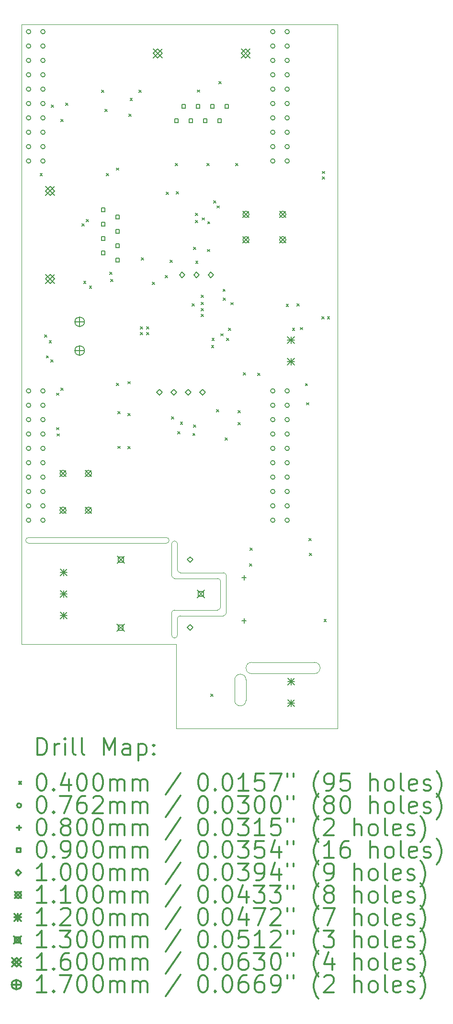
<source format=gbr>
%FSLAX45Y45*%
G04 Gerber Fmt 4.5, Leading zero omitted, Abs format (unit mm)*
G04 Created by KiCad (PCBNEW (5.1.10-1-10_14)) date 2021-11-12 15:28:32*
%MOMM*%
%LPD*%
G01*
G04 APERTURE LIST*
%TA.AperFunction,Profile*%
%ADD10C,0.050000*%
%TD*%
%ADD11C,0.200000*%
%ADD12C,0.300000*%
G04 APERTURE END LIST*
D10*
X15060000Y-15400000D02*
X12319000Y-15400000D01*
X15060000Y-16891000D02*
X15060000Y-15400000D01*
X16390000Y-15920000D02*
G75*
G02*
X16390000Y-15720000I0J100000D01*
G01*
X16390000Y-15920000D02*
X17500000Y-15920000D01*
X17500000Y-15720000D02*
X16390000Y-15720000D01*
X17500000Y-15720000D02*
G75*
G02*
X17500000Y-15920000I0J-100000D01*
G01*
X16090000Y-16030000D02*
X16090000Y-16390000D01*
X16290000Y-16390000D02*
X16290000Y-16030000D01*
X16290000Y-16390000D02*
G75*
G02*
X16090000Y-16390000I-100000J0D01*
G01*
X16090000Y-16030000D02*
G75*
G02*
X16290000Y-16030000I100000J0D01*
G01*
X14976000Y-13626800D02*
X14976000Y-14185600D01*
X15077600Y-14084000D02*
X15077600Y-13626800D01*
X14976000Y-13626800D02*
G75*
G02*
X15077600Y-13626800I50800J0D01*
G01*
X12446000Y-13614400D02*
X14880000Y-13614400D01*
X14880000Y-13512800D02*
X12446000Y-13512800D01*
X12446000Y-13614400D02*
G75*
G02*
X12446000Y-13512800I0J50800D01*
G01*
X14880000Y-13512800D02*
G75*
G02*
X14880000Y-13614400I0J-50800D01*
G01*
X15890400Y-14134800D02*
X15128400Y-14134800D01*
X15128400Y-14134800D02*
G75*
G02*
X15077600Y-14084000I0J50800D01*
G01*
X15941200Y-14846000D02*
X15941200Y-14185600D01*
X15890400Y-14134800D02*
G75*
G02*
X15941200Y-14185600I0J-50800D01*
G01*
X15890400Y-14896800D02*
X15128400Y-14896800D01*
X15941200Y-14846000D02*
G75*
G02*
X15890400Y-14896800I-50800J0D01*
G01*
X15077600Y-15240000D02*
G75*
G02*
X14976000Y-15240000I-50800J0D01*
G01*
X15077600Y-14947600D02*
X15077600Y-15240000D01*
X14976000Y-14846000D02*
X14976000Y-15240000D01*
X15077600Y-14947600D02*
G75*
G02*
X15128400Y-14896800I50800J0D01*
G01*
X14976000Y-14846000D02*
G75*
G02*
X15026800Y-14795200I50800J0D01*
G01*
X15788800Y-14795200D02*
X15026800Y-14795200D01*
X15788800Y-14236400D02*
X15026800Y-14236400D01*
X15026800Y-14236400D02*
G75*
G02*
X14976000Y-14185600I0J50800D01*
G01*
X15839600Y-14744400D02*
X15839600Y-14287200D01*
X15788800Y-14236400D02*
G75*
G02*
X15839600Y-14287200I0J-50800D01*
G01*
X15839600Y-14744400D02*
G75*
G02*
X15788800Y-14795200I-50800J0D01*
G01*
X12319000Y-15400000D02*
X12319000Y-4445000D01*
X17907000Y-16891000D02*
X15060000Y-16891000D01*
X17907000Y-4445000D02*
X17907000Y-16891000D01*
X12319000Y-4445000D02*
X17907000Y-4445000D01*
D11*
X12650000Y-7080000D02*
X12690000Y-7120000D01*
X12690000Y-7080000D02*
X12650000Y-7120000D01*
X12730000Y-9930000D02*
X12770000Y-9970000D01*
X12770000Y-9930000D02*
X12730000Y-9970000D01*
X12760000Y-10300000D02*
X12800000Y-10340000D01*
X12800000Y-10300000D02*
X12760000Y-10340000D01*
X12810000Y-10030000D02*
X12850000Y-10070000D01*
X12850000Y-10030000D02*
X12810000Y-10070000D01*
X12840000Y-10372501D02*
X12880000Y-10412501D01*
X12880000Y-10372501D02*
X12840000Y-10412501D01*
X12847500Y-5870000D02*
X12887500Y-5910000D01*
X12887500Y-5870000D02*
X12847500Y-5910000D01*
X12940000Y-10960000D02*
X12980000Y-11000000D01*
X12980000Y-10960000D02*
X12940000Y-11000000D01*
X12940000Y-11570000D02*
X12980000Y-11610000D01*
X12980000Y-11570000D02*
X12940000Y-11610000D01*
X12950000Y-11680000D02*
X12990000Y-11720000D01*
X12990000Y-11680000D02*
X12950000Y-11720000D01*
X13020000Y-6120000D02*
X13060000Y-6160000D01*
X13060000Y-6120000D02*
X13020000Y-6160000D01*
X13020000Y-10870000D02*
X13060000Y-10910000D01*
X13060000Y-10870000D02*
X13020000Y-10910000D01*
X13099100Y-5834700D02*
X13139100Y-5874700D01*
X13139100Y-5834700D02*
X13099100Y-5874700D01*
X13392177Y-7967323D02*
X13432177Y-8007323D01*
X13432177Y-7967323D02*
X13392177Y-8007323D01*
X13420000Y-8980000D02*
X13460000Y-9020000D01*
X13460000Y-8980000D02*
X13420000Y-9020000D01*
X13466423Y-7893077D02*
X13506423Y-7933077D01*
X13506423Y-7893077D02*
X13466423Y-7933077D01*
X13520000Y-9070000D02*
X13560000Y-9110000D01*
X13560000Y-9070000D02*
X13520000Y-9110000D01*
X13734100Y-5606100D02*
X13774100Y-5646100D01*
X13774100Y-5606100D02*
X13734100Y-5646100D01*
X13797600Y-5942650D02*
X13837600Y-5982650D01*
X13837600Y-5942650D02*
X13797600Y-5982650D01*
X13820000Y-7080000D02*
X13860000Y-7120000D01*
X13860000Y-7080000D02*
X13820000Y-7120000D01*
X13880000Y-8820000D02*
X13920000Y-8860000D01*
X13920000Y-8820000D02*
X13880000Y-8860000D01*
X13900000Y-8950000D02*
X13940000Y-8990000D01*
X13940000Y-8950000D02*
X13900000Y-8990000D01*
X14000000Y-6980000D02*
X14040000Y-7020000D01*
X14040000Y-6980000D02*
X14000000Y-7020000D01*
X14000800Y-10787700D02*
X14040800Y-10827700D01*
X14040800Y-10787700D02*
X14000800Y-10827700D01*
X14026200Y-11283000D02*
X14066200Y-11323000D01*
X14066200Y-11283000D02*
X14026200Y-11323000D01*
X14026200Y-11898950D02*
X14066200Y-11938950D01*
X14066200Y-11898950D02*
X14026200Y-11938950D01*
X14204000Y-10756000D02*
X14244000Y-10796000D01*
X14244000Y-10756000D02*
X14204000Y-10796000D01*
X14204000Y-11321100D02*
X14244000Y-11361100D01*
X14244000Y-11321100D02*
X14204000Y-11361100D01*
X14204000Y-11905300D02*
X14244000Y-11945300D01*
X14244000Y-11905300D02*
X14204000Y-11945300D01*
X14220000Y-6029996D02*
X14260000Y-6069996D01*
X14260000Y-6029996D02*
X14220000Y-6069996D01*
X14240000Y-5750000D02*
X14280000Y-5790000D01*
X14280000Y-5750000D02*
X14240000Y-5790000D01*
X14394500Y-5606100D02*
X14434500Y-5646100D01*
X14434500Y-5606100D02*
X14394500Y-5646100D01*
X14419900Y-9784400D02*
X14459900Y-9824400D01*
X14459900Y-9784400D02*
X14419900Y-9824400D01*
X14419900Y-9886000D02*
X14459900Y-9926000D01*
X14459900Y-9886000D02*
X14419900Y-9926000D01*
X14440000Y-8570000D02*
X14480000Y-8610000D01*
X14480000Y-8570000D02*
X14440000Y-8610000D01*
X14534200Y-9784400D02*
X14574200Y-9824400D01*
X14574200Y-9784400D02*
X14534200Y-9824400D01*
X14534200Y-9886000D02*
X14574200Y-9926000D01*
X14574200Y-9886000D02*
X14534200Y-9926000D01*
X14635800Y-8997000D02*
X14675800Y-9037000D01*
X14675800Y-8997000D02*
X14635800Y-9037000D01*
X14864400Y-8882700D02*
X14904400Y-8922700D01*
X14904400Y-8882700D02*
X14864400Y-8922700D01*
X14880000Y-7410000D02*
X14920000Y-7450000D01*
X14920000Y-7410000D02*
X14880000Y-7450000D01*
X14950000Y-8610000D02*
X14990000Y-8650000D01*
X14990000Y-8610000D02*
X14950000Y-8650000D01*
X14970000Y-11380000D02*
X15010000Y-11420000D01*
X15010000Y-11380000D02*
X14970000Y-11420000D01*
X15042200Y-6901500D02*
X15082200Y-6941500D01*
X15082200Y-6901500D02*
X15042200Y-6941500D01*
X15060000Y-7400000D02*
X15100000Y-7440000D01*
X15100000Y-7400000D02*
X15060000Y-7440000D01*
X15080000Y-11640000D02*
X15120000Y-11680000D01*
X15120000Y-11640000D02*
X15080000Y-11680000D01*
X15130000Y-11470000D02*
X15170000Y-11510000D01*
X15170000Y-11470000D02*
X15130000Y-11510000D01*
X15334300Y-9378000D02*
X15374300Y-9418000D01*
X15374300Y-9378000D02*
X15334300Y-9418000D01*
X15350000Y-11670000D02*
X15390000Y-11710000D01*
X15390000Y-11670000D02*
X15350000Y-11710000D01*
X15360000Y-8380000D02*
X15400000Y-8420000D01*
X15400000Y-8380000D02*
X15360000Y-8420000D01*
X15360000Y-11520000D02*
X15400000Y-11560000D01*
X15400000Y-11520000D02*
X15360000Y-11560000D01*
X15397800Y-7777800D02*
X15437800Y-7817800D01*
X15437800Y-7777800D02*
X15397800Y-7817800D01*
X15397800Y-7904800D02*
X15437800Y-7944800D01*
X15437800Y-7904800D02*
X15397800Y-7944800D01*
X15400000Y-8630000D02*
X15440000Y-8670000D01*
X15440000Y-8630000D02*
X15400000Y-8670000D01*
X15430000Y-5600000D02*
X15470000Y-5640000D01*
X15470000Y-5600000D02*
X15430000Y-5640000D01*
X15499400Y-9225600D02*
X15539400Y-9265600D01*
X15539400Y-9225600D02*
X15499400Y-9265600D01*
X15499400Y-9352600D02*
X15539400Y-9392600D01*
X15539400Y-9352600D02*
X15499400Y-9392600D01*
X15499400Y-9466900D02*
X15539400Y-9506900D01*
X15539400Y-9466900D02*
X15499400Y-9506900D01*
X15499400Y-9568500D02*
X15539400Y-9608500D01*
X15539400Y-9568500D02*
X15499400Y-9608500D01*
X15512244Y-7862076D02*
X15552244Y-7902076D01*
X15552244Y-7862076D02*
X15512244Y-7902076D01*
X15601000Y-6901500D02*
X15641000Y-6941500D01*
X15641000Y-6901500D02*
X15601000Y-6941500D01*
X15610000Y-8420000D02*
X15650000Y-8460000D01*
X15650000Y-8420000D02*
X15610000Y-8460000D01*
X15612019Y-7927981D02*
X15652019Y-7967981D01*
X15652019Y-7927981D02*
X15612019Y-7967981D01*
X15670000Y-16280000D02*
X15710000Y-16320000D01*
X15710000Y-16280000D02*
X15670000Y-16320000D01*
X15680000Y-10120000D02*
X15720000Y-10160000D01*
X15720000Y-10120000D02*
X15680000Y-10160000D01*
X15688349Y-9989120D02*
X15728349Y-10029120D01*
X15728349Y-9989120D02*
X15688349Y-10029120D01*
X15720000Y-7560000D02*
X15760000Y-7600000D01*
X15760000Y-7560000D02*
X15720000Y-7600000D01*
X15770000Y-11250000D02*
X15810000Y-11290000D01*
X15810000Y-11250000D02*
X15770000Y-11290000D01*
X15780000Y-7650000D02*
X15820000Y-7690000D01*
X15820000Y-7650000D02*
X15780000Y-7690000D01*
X15810000Y-5450000D02*
X15850000Y-5490000D01*
X15850000Y-5450000D02*
X15810000Y-5490000D01*
X15842500Y-9910000D02*
X15882500Y-9950000D01*
X15882500Y-9910000D02*
X15842500Y-9950000D01*
X15882501Y-9122501D02*
X15922501Y-9162501D01*
X15922501Y-9122501D02*
X15882501Y-9162501D01*
X15890307Y-9277775D02*
X15930307Y-9317775D01*
X15930307Y-9277775D02*
X15890307Y-9317775D01*
X15920000Y-11750000D02*
X15960000Y-11790000D01*
X15960000Y-11750000D02*
X15920000Y-11790000D01*
X15943900Y-9987600D02*
X15983900Y-10027600D01*
X15983900Y-9987600D02*
X15943900Y-10027600D01*
X15982000Y-9809800D02*
X16022000Y-9849800D01*
X16022000Y-9809800D02*
X15982000Y-9849800D01*
X16020000Y-9360000D02*
X16060000Y-9400000D01*
X16060000Y-9360000D02*
X16020000Y-9400000D01*
X16109000Y-6901500D02*
X16149000Y-6941500D01*
X16149000Y-6901500D02*
X16109000Y-6941500D01*
X16150000Y-11480000D02*
X16190000Y-11520000D01*
X16190000Y-11480000D02*
X16150000Y-11520000D01*
X16150000Y-11270000D02*
X16190000Y-11310000D01*
X16190000Y-11270000D02*
X16150000Y-11310000D01*
X16240000Y-10600000D02*
X16280000Y-10640000D01*
X16280000Y-10600000D02*
X16240000Y-10640000D01*
X16350300Y-13975400D02*
X16390300Y-14015400D01*
X16390300Y-13975400D02*
X16350300Y-14015400D01*
X16363000Y-13696000D02*
X16403000Y-13736000D01*
X16403000Y-13696000D02*
X16363000Y-13736000D01*
X16500000Y-10610000D02*
X16540000Y-10650000D01*
X16540000Y-10610000D02*
X16500000Y-10650000D01*
X17000000Y-9390000D02*
X17040000Y-9430000D01*
X17040000Y-9390000D02*
X17000000Y-9430000D01*
X17110000Y-9810000D02*
X17150000Y-9850000D01*
X17150000Y-9810000D02*
X17110000Y-9850000D01*
X17190000Y-9380000D02*
X17230000Y-9420000D01*
X17230000Y-9380000D02*
X17190000Y-9420000D01*
X17250000Y-9800000D02*
X17290000Y-9840000D01*
X17290000Y-9800000D02*
X17250000Y-9840000D01*
X17340000Y-10790000D02*
X17380000Y-10830000D01*
X17380000Y-10790000D02*
X17340000Y-10830000D01*
X17360000Y-11130000D02*
X17400000Y-11170000D01*
X17400000Y-11130000D02*
X17360000Y-11170000D01*
X17400000Y-13530000D02*
X17440000Y-13570000D01*
X17440000Y-13530000D02*
X17400000Y-13570000D01*
X17410000Y-13790000D02*
X17450000Y-13830000D01*
X17450000Y-13790000D02*
X17410000Y-13830000D01*
X17630000Y-9610000D02*
X17670000Y-9650000D01*
X17670000Y-9610000D02*
X17630000Y-9650000D01*
X17640000Y-7040000D02*
X17680000Y-7080000D01*
X17680000Y-7040000D02*
X17640000Y-7080000D01*
X17640000Y-7140000D02*
X17680000Y-7180000D01*
X17680000Y-7140000D02*
X17640000Y-7180000D01*
X17670000Y-14960000D02*
X17710000Y-15000000D01*
X17710000Y-14960000D02*
X17670000Y-15000000D01*
X17730000Y-9610000D02*
X17770000Y-9650000D01*
X17770000Y-9610000D02*
X17730000Y-9650000D01*
X12484100Y-4572000D02*
G75*
G03*
X12484100Y-4572000I-38100J0D01*
G01*
X12484100Y-4826000D02*
G75*
G03*
X12484100Y-4826000I-38100J0D01*
G01*
X12484100Y-5080000D02*
G75*
G03*
X12484100Y-5080000I-38100J0D01*
G01*
X12484100Y-5334000D02*
G75*
G03*
X12484100Y-5334000I-38100J0D01*
G01*
X12484100Y-5588000D02*
G75*
G03*
X12484100Y-5588000I-38100J0D01*
G01*
X12484100Y-5842000D02*
G75*
G03*
X12484100Y-5842000I-38100J0D01*
G01*
X12484100Y-6096000D02*
G75*
G03*
X12484100Y-6096000I-38100J0D01*
G01*
X12484100Y-6350000D02*
G75*
G03*
X12484100Y-6350000I-38100J0D01*
G01*
X12484100Y-6604000D02*
G75*
G03*
X12484100Y-6604000I-38100J0D01*
G01*
X12484100Y-6858000D02*
G75*
G03*
X12484100Y-6858000I-38100J0D01*
G01*
X12484100Y-10922000D02*
G75*
G03*
X12484100Y-10922000I-38100J0D01*
G01*
X12484100Y-11176000D02*
G75*
G03*
X12484100Y-11176000I-38100J0D01*
G01*
X12484100Y-11430000D02*
G75*
G03*
X12484100Y-11430000I-38100J0D01*
G01*
X12484100Y-11684000D02*
G75*
G03*
X12484100Y-11684000I-38100J0D01*
G01*
X12484100Y-11938000D02*
G75*
G03*
X12484100Y-11938000I-38100J0D01*
G01*
X12484100Y-12192000D02*
G75*
G03*
X12484100Y-12192000I-38100J0D01*
G01*
X12484100Y-12446000D02*
G75*
G03*
X12484100Y-12446000I-38100J0D01*
G01*
X12484100Y-12700000D02*
G75*
G03*
X12484100Y-12700000I-38100J0D01*
G01*
X12484100Y-12954000D02*
G75*
G03*
X12484100Y-12954000I-38100J0D01*
G01*
X12484100Y-13208000D02*
G75*
G03*
X12484100Y-13208000I-38100J0D01*
G01*
X12738100Y-4572000D02*
G75*
G03*
X12738100Y-4572000I-38100J0D01*
G01*
X12738100Y-4826000D02*
G75*
G03*
X12738100Y-4826000I-38100J0D01*
G01*
X12738100Y-5080000D02*
G75*
G03*
X12738100Y-5080000I-38100J0D01*
G01*
X12738100Y-5334000D02*
G75*
G03*
X12738100Y-5334000I-38100J0D01*
G01*
X12738100Y-5588000D02*
G75*
G03*
X12738100Y-5588000I-38100J0D01*
G01*
X12738100Y-5842000D02*
G75*
G03*
X12738100Y-5842000I-38100J0D01*
G01*
X12738100Y-6096000D02*
G75*
G03*
X12738100Y-6096000I-38100J0D01*
G01*
X12738100Y-6350000D02*
G75*
G03*
X12738100Y-6350000I-38100J0D01*
G01*
X12738100Y-6604000D02*
G75*
G03*
X12738100Y-6604000I-38100J0D01*
G01*
X12738100Y-6858000D02*
G75*
G03*
X12738100Y-6858000I-38100J0D01*
G01*
X12738100Y-10922000D02*
G75*
G03*
X12738100Y-10922000I-38100J0D01*
G01*
X12738100Y-11176000D02*
G75*
G03*
X12738100Y-11176000I-38100J0D01*
G01*
X12738100Y-11430000D02*
G75*
G03*
X12738100Y-11430000I-38100J0D01*
G01*
X12738100Y-11684000D02*
G75*
G03*
X12738100Y-11684000I-38100J0D01*
G01*
X12738100Y-11938000D02*
G75*
G03*
X12738100Y-11938000I-38100J0D01*
G01*
X12738100Y-12192000D02*
G75*
G03*
X12738100Y-12192000I-38100J0D01*
G01*
X12738100Y-12446000D02*
G75*
G03*
X12738100Y-12446000I-38100J0D01*
G01*
X12738100Y-12700000D02*
G75*
G03*
X12738100Y-12700000I-38100J0D01*
G01*
X12738100Y-12954000D02*
G75*
G03*
X12738100Y-12954000I-38100J0D01*
G01*
X12738100Y-13208000D02*
G75*
G03*
X12738100Y-13208000I-38100J0D01*
G01*
X16802100Y-4572000D02*
G75*
G03*
X16802100Y-4572000I-38100J0D01*
G01*
X16802100Y-4826000D02*
G75*
G03*
X16802100Y-4826000I-38100J0D01*
G01*
X16802100Y-5080000D02*
G75*
G03*
X16802100Y-5080000I-38100J0D01*
G01*
X16802100Y-5334000D02*
G75*
G03*
X16802100Y-5334000I-38100J0D01*
G01*
X16802100Y-5588000D02*
G75*
G03*
X16802100Y-5588000I-38100J0D01*
G01*
X16802100Y-5842000D02*
G75*
G03*
X16802100Y-5842000I-38100J0D01*
G01*
X16802100Y-6096000D02*
G75*
G03*
X16802100Y-6096000I-38100J0D01*
G01*
X16802100Y-6350000D02*
G75*
G03*
X16802100Y-6350000I-38100J0D01*
G01*
X16802100Y-6604000D02*
G75*
G03*
X16802100Y-6604000I-38100J0D01*
G01*
X16802100Y-6858000D02*
G75*
G03*
X16802100Y-6858000I-38100J0D01*
G01*
X16802100Y-10922000D02*
G75*
G03*
X16802100Y-10922000I-38100J0D01*
G01*
X16802100Y-11176000D02*
G75*
G03*
X16802100Y-11176000I-38100J0D01*
G01*
X16802100Y-11430000D02*
G75*
G03*
X16802100Y-11430000I-38100J0D01*
G01*
X16802100Y-11684000D02*
G75*
G03*
X16802100Y-11684000I-38100J0D01*
G01*
X16802100Y-11938000D02*
G75*
G03*
X16802100Y-11938000I-38100J0D01*
G01*
X16802100Y-12192000D02*
G75*
G03*
X16802100Y-12192000I-38100J0D01*
G01*
X16802100Y-12446000D02*
G75*
G03*
X16802100Y-12446000I-38100J0D01*
G01*
X16802100Y-12700000D02*
G75*
G03*
X16802100Y-12700000I-38100J0D01*
G01*
X16802100Y-12954000D02*
G75*
G03*
X16802100Y-12954000I-38100J0D01*
G01*
X16802100Y-13208000D02*
G75*
G03*
X16802100Y-13208000I-38100J0D01*
G01*
X17056100Y-4572000D02*
G75*
G03*
X17056100Y-4572000I-38100J0D01*
G01*
X17056100Y-4826000D02*
G75*
G03*
X17056100Y-4826000I-38100J0D01*
G01*
X17056100Y-5080000D02*
G75*
G03*
X17056100Y-5080000I-38100J0D01*
G01*
X17056100Y-5334000D02*
G75*
G03*
X17056100Y-5334000I-38100J0D01*
G01*
X17056100Y-5588000D02*
G75*
G03*
X17056100Y-5588000I-38100J0D01*
G01*
X17056100Y-5842000D02*
G75*
G03*
X17056100Y-5842000I-38100J0D01*
G01*
X17056100Y-6096000D02*
G75*
G03*
X17056100Y-6096000I-38100J0D01*
G01*
X17056100Y-6350000D02*
G75*
G03*
X17056100Y-6350000I-38100J0D01*
G01*
X17056100Y-6604000D02*
G75*
G03*
X17056100Y-6604000I-38100J0D01*
G01*
X17056100Y-6858000D02*
G75*
G03*
X17056100Y-6858000I-38100J0D01*
G01*
X17056100Y-10922000D02*
G75*
G03*
X17056100Y-10922000I-38100J0D01*
G01*
X17056100Y-11176000D02*
G75*
G03*
X17056100Y-11176000I-38100J0D01*
G01*
X17056100Y-11430000D02*
G75*
G03*
X17056100Y-11430000I-38100J0D01*
G01*
X17056100Y-11684000D02*
G75*
G03*
X17056100Y-11684000I-38100J0D01*
G01*
X17056100Y-11938000D02*
G75*
G03*
X17056100Y-11938000I-38100J0D01*
G01*
X17056100Y-12192000D02*
G75*
G03*
X17056100Y-12192000I-38100J0D01*
G01*
X17056100Y-12446000D02*
G75*
G03*
X17056100Y-12446000I-38100J0D01*
G01*
X17056100Y-12700000D02*
G75*
G03*
X17056100Y-12700000I-38100J0D01*
G01*
X17056100Y-12954000D02*
G75*
G03*
X17056100Y-12954000I-38100J0D01*
G01*
X17056100Y-13208000D02*
G75*
G03*
X17056100Y-13208000I-38100J0D01*
G01*
X16256000Y-14184000D02*
X16256000Y-14264000D01*
X16216000Y-14224000D02*
X16296000Y-14224000D01*
X16256000Y-14946000D02*
X16256000Y-15026000D01*
X16216000Y-14986000D02*
X16296000Y-14986000D01*
X13798620Y-7753420D02*
X13798620Y-7689780D01*
X13734980Y-7689780D01*
X13734980Y-7753420D01*
X13798620Y-7753420D01*
X13798620Y-8007420D02*
X13798620Y-7943780D01*
X13734980Y-7943780D01*
X13734980Y-8007420D01*
X13798620Y-8007420D01*
X13798620Y-8261420D02*
X13798620Y-8197780D01*
X13734980Y-8197780D01*
X13734980Y-8261420D01*
X13798620Y-8261420D01*
X13798620Y-8515420D02*
X13798620Y-8451780D01*
X13734980Y-8451780D01*
X13734980Y-8515420D01*
X13798620Y-8515420D01*
X14052620Y-7880420D02*
X14052620Y-7816780D01*
X13988980Y-7816780D01*
X13988980Y-7880420D01*
X14052620Y-7880420D01*
X14052620Y-8134420D02*
X14052620Y-8070780D01*
X13988980Y-8070780D01*
X13988980Y-8134420D01*
X14052620Y-8134420D01*
X14052620Y-8388420D02*
X14052620Y-8324780D01*
X13988980Y-8324780D01*
X13988980Y-8388420D01*
X14052620Y-8388420D01*
X14052620Y-8642420D02*
X14052620Y-8578780D01*
X13988980Y-8578780D01*
X13988980Y-8642420D01*
X14052620Y-8642420D01*
X15094020Y-6178620D02*
X15094020Y-6114980D01*
X15030380Y-6114980D01*
X15030380Y-6178620D01*
X15094020Y-6178620D01*
X15221020Y-5924620D02*
X15221020Y-5860980D01*
X15157380Y-5860980D01*
X15157380Y-5924620D01*
X15221020Y-5924620D01*
X15348020Y-6178620D02*
X15348020Y-6114980D01*
X15284380Y-6114980D01*
X15284380Y-6178620D01*
X15348020Y-6178620D01*
X15475020Y-5924620D02*
X15475020Y-5860980D01*
X15411380Y-5860980D01*
X15411380Y-5924620D01*
X15475020Y-5924620D01*
X15602020Y-6178620D02*
X15602020Y-6114980D01*
X15538380Y-6114980D01*
X15538380Y-6178620D01*
X15602020Y-6178620D01*
X15729020Y-5924620D02*
X15729020Y-5860980D01*
X15665380Y-5860980D01*
X15665380Y-5924620D01*
X15729020Y-5924620D01*
X15856020Y-6178620D02*
X15856020Y-6114980D01*
X15792380Y-6114980D01*
X15792380Y-6178620D01*
X15856020Y-6178620D01*
X15983020Y-5924620D02*
X15983020Y-5860980D01*
X15919380Y-5860980D01*
X15919380Y-5924620D01*
X15983020Y-5924620D01*
X14757400Y-10997400D02*
X14807400Y-10947400D01*
X14757400Y-10897400D01*
X14707400Y-10947400D01*
X14757400Y-10997400D01*
X15011400Y-10997400D02*
X15061400Y-10947400D01*
X15011400Y-10897400D01*
X14961400Y-10947400D01*
X15011400Y-10997400D01*
X15162000Y-8920000D02*
X15212000Y-8870000D01*
X15162000Y-8820000D01*
X15112000Y-8870000D01*
X15162000Y-8920000D01*
X15265400Y-10997400D02*
X15315400Y-10947400D01*
X15265400Y-10897400D01*
X15215400Y-10947400D01*
X15265400Y-10997400D01*
X15299000Y-13955000D02*
X15349000Y-13905000D01*
X15299000Y-13855000D01*
X15249000Y-13905000D01*
X15299000Y-13955000D01*
X15299000Y-15155000D02*
X15349000Y-15105000D01*
X15299000Y-15055000D01*
X15249000Y-15105000D01*
X15299000Y-15155000D01*
X15416000Y-8920000D02*
X15466000Y-8870000D01*
X15416000Y-8820000D01*
X15366000Y-8870000D01*
X15416000Y-8920000D01*
X15519400Y-10997400D02*
X15569400Y-10947400D01*
X15519400Y-10897400D01*
X15469400Y-10947400D01*
X15519400Y-10997400D01*
X15670000Y-8920000D02*
X15720000Y-8870000D01*
X15670000Y-8820000D01*
X15620000Y-8870000D01*
X15670000Y-8920000D01*
X13000600Y-12325200D02*
X13110600Y-12435200D01*
X13110600Y-12325200D02*
X13000600Y-12435200D01*
X13110600Y-12380200D02*
G75*
G03*
X13110600Y-12380200I-55000J0D01*
G01*
X13000600Y-12975200D02*
X13110600Y-13085200D01*
X13110600Y-12975200D02*
X13000600Y-13085200D01*
X13110600Y-13030200D02*
G75*
G03*
X13110600Y-13030200I-55000J0D01*
G01*
X13450600Y-12325200D02*
X13560600Y-12435200D01*
X13560600Y-12325200D02*
X13450600Y-12435200D01*
X13560600Y-12380200D02*
G75*
G03*
X13560600Y-12380200I-55000J0D01*
G01*
X13450600Y-12975200D02*
X13560600Y-13085200D01*
X13560600Y-12975200D02*
X13450600Y-13085200D01*
X13560600Y-13030200D02*
G75*
G03*
X13560600Y-13030200I-55000J0D01*
G01*
X16235000Y-7745000D02*
X16345000Y-7855000D01*
X16345000Y-7745000D02*
X16235000Y-7855000D01*
X16345000Y-7800000D02*
G75*
G03*
X16345000Y-7800000I-55000J0D01*
G01*
X16235000Y-8195000D02*
X16345000Y-8305000D01*
X16345000Y-8195000D02*
X16235000Y-8305000D01*
X16345000Y-8250000D02*
G75*
G03*
X16345000Y-8250000I-55000J0D01*
G01*
X16885000Y-7745000D02*
X16995000Y-7855000D01*
X16995000Y-7745000D02*
X16885000Y-7855000D01*
X16995000Y-7800000D02*
G75*
G03*
X16995000Y-7800000I-55000J0D01*
G01*
X16885000Y-8195000D02*
X16995000Y-8305000D01*
X16995000Y-8195000D02*
X16885000Y-8305000D01*
X16995000Y-8250000D02*
G75*
G03*
X16995000Y-8250000I-55000J0D01*
G01*
X13010000Y-14069000D02*
X13130000Y-14189000D01*
X13130000Y-14069000D02*
X13010000Y-14189000D01*
X13070000Y-14069000D02*
X13070000Y-14189000D01*
X13010000Y-14129000D02*
X13130000Y-14129000D01*
X13010000Y-14450000D02*
X13130000Y-14570000D01*
X13130000Y-14450000D02*
X13010000Y-14570000D01*
X13070000Y-14450000D02*
X13070000Y-14570000D01*
X13010000Y-14510000D02*
X13130000Y-14510000D01*
X13010000Y-14831000D02*
X13130000Y-14951000D01*
X13130000Y-14831000D02*
X13010000Y-14951000D01*
X13070000Y-14831000D02*
X13070000Y-14951000D01*
X13010000Y-14891000D02*
X13130000Y-14891000D01*
X17024400Y-9959800D02*
X17144400Y-10079800D01*
X17144400Y-9959800D02*
X17024400Y-10079800D01*
X17084400Y-9959800D02*
X17084400Y-10079800D01*
X17024400Y-10019800D02*
X17144400Y-10019800D01*
X17024400Y-10340800D02*
X17144400Y-10460800D01*
X17144400Y-10340800D02*
X17024400Y-10460800D01*
X17084400Y-10340800D02*
X17084400Y-10460800D01*
X17024400Y-10400800D02*
X17144400Y-10400800D01*
X17030000Y-15999000D02*
X17150000Y-16119000D01*
X17150000Y-15999000D02*
X17030000Y-16119000D01*
X17090000Y-15999000D02*
X17090000Y-16119000D01*
X17030000Y-16059000D02*
X17150000Y-16059000D01*
X17030000Y-16380000D02*
X17150000Y-16500000D01*
X17150000Y-16380000D02*
X17030000Y-16500000D01*
X17090000Y-16380000D02*
X17090000Y-16500000D01*
X17030000Y-16440000D02*
X17150000Y-16440000D01*
X14009000Y-15045000D02*
X14139000Y-15175000D01*
X14139000Y-15045000D02*
X14009000Y-15175000D01*
X14119962Y-15155962D02*
X14119962Y-15064038D01*
X14028038Y-15064038D01*
X14028038Y-15155962D01*
X14119962Y-15155962D01*
X14014000Y-13840000D02*
X14144000Y-13970000D01*
X14144000Y-13840000D02*
X14014000Y-13970000D01*
X14124962Y-13950962D02*
X14124962Y-13859038D01*
X14033038Y-13859038D01*
X14033038Y-13950962D01*
X14124962Y-13950962D01*
X15429000Y-14445000D02*
X15559000Y-14575000D01*
X15559000Y-14445000D02*
X15429000Y-14575000D01*
X15539962Y-14555962D02*
X15539962Y-14464038D01*
X15448038Y-14464038D01*
X15448038Y-14555962D01*
X15539962Y-14555962D01*
X12746800Y-7309100D02*
X12906800Y-7469100D01*
X12906800Y-7309100D02*
X12746800Y-7469100D01*
X12826800Y-7469100D02*
X12906800Y-7389100D01*
X12826800Y-7309100D01*
X12746800Y-7389100D01*
X12826800Y-7469100D01*
X12746800Y-8863100D02*
X12906800Y-9023100D01*
X12906800Y-8863100D02*
X12746800Y-9023100D01*
X12826800Y-9023100D02*
X12906800Y-8943100D01*
X12826800Y-8863100D01*
X12746800Y-8943100D01*
X12826800Y-9023100D01*
X14649700Y-4872800D02*
X14809700Y-5032800D01*
X14809700Y-4872800D02*
X14649700Y-5032800D01*
X14729700Y-5032800D02*
X14809700Y-4952800D01*
X14729700Y-4872800D01*
X14649700Y-4952800D01*
X14729700Y-5032800D01*
X16203700Y-4872800D02*
X16363700Y-5032800D01*
X16363700Y-4872800D02*
X16203700Y-5032800D01*
X16283700Y-5032800D02*
X16363700Y-4952800D01*
X16283700Y-4872800D01*
X16203700Y-4952800D01*
X16283700Y-5032800D01*
X13349000Y-9615800D02*
X13349000Y-9785800D01*
X13264000Y-9700800D02*
X13434000Y-9700800D01*
X13434000Y-9700800D02*
G75*
G03*
X13434000Y-9700800I-85000J0D01*
G01*
X13349000Y-10123800D02*
X13349000Y-10293800D01*
X13264000Y-10208800D02*
X13434000Y-10208800D01*
X13434000Y-10208800D02*
G75*
G03*
X13434000Y-10208800I-85000J0D01*
G01*
D12*
X12602928Y-17359214D02*
X12602928Y-17059214D01*
X12674357Y-17059214D01*
X12717214Y-17073500D01*
X12745786Y-17102072D01*
X12760071Y-17130643D01*
X12774357Y-17187786D01*
X12774357Y-17230643D01*
X12760071Y-17287786D01*
X12745786Y-17316357D01*
X12717214Y-17344929D01*
X12674357Y-17359214D01*
X12602928Y-17359214D01*
X12902928Y-17359214D02*
X12902928Y-17159214D01*
X12902928Y-17216357D02*
X12917214Y-17187786D01*
X12931500Y-17173500D01*
X12960071Y-17159214D01*
X12988643Y-17159214D01*
X13088643Y-17359214D02*
X13088643Y-17159214D01*
X13088643Y-17059214D02*
X13074357Y-17073500D01*
X13088643Y-17087786D01*
X13102928Y-17073500D01*
X13088643Y-17059214D01*
X13088643Y-17087786D01*
X13274357Y-17359214D02*
X13245786Y-17344929D01*
X13231500Y-17316357D01*
X13231500Y-17059214D01*
X13431500Y-17359214D02*
X13402928Y-17344929D01*
X13388643Y-17316357D01*
X13388643Y-17059214D01*
X13774357Y-17359214D02*
X13774357Y-17059214D01*
X13874357Y-17273500D01*
X13974357Y-17059214D01*
X13974357Y-17359214D01*
X14245786Y-17359214D02*
X14245786Y-17202072D01*
X14231500Y-17173500D01*
X14202928Y-17159214D01*
X14145786Y-17159214D01*
X14117214Y-17173500D01*
X14245786Y-17344929D02*
X14217214Y-17359214D01*
X14145786Y-17359214D01*
X14117214Y-17344929D01*
X14102928Y-17316357D01*
X14102928Y-17287786D01*
X14117214Y-17259214D01*
X14145786Y-17244929D01*
X14217214Y-17244929D01*
X14245786Y-17230643D01*
X14388643Y-17159214D02*
X14388643Y-17459214D01*
X14388643Y-17173500D02*
X14417214Y-17159214D01*
X14474357Y-17159214D01*
X14502928Y-17173500D01*
X14517214Y-17187786D01*
X14531500Y-17216357D01*
X14531500Y-17302072D01*
X14517214Y-17330643D01*
X14502928Y-17344929D01*
X14474357Y-17359214D01*
X14417214Y-17359214D01*
X14388643Y-17344929D01*
X14660071Y-17330643D02*
X14674357Y-17344929D01*
X14660071Y-17359214D01*
X14645786Y-17344929D01*
X14660071Y-17330643D01*
X14660071Y-17359214D01*
X14660071Y-17173500D02*
X14674357Y-17187786D01*
X14660071Y-17202072D01*
X14645786Y-17187786D01*
X14660071Y-17173500D01*
X14660071Y-17202072D01*
X12276500Y-17833500D02*
X12316500Y-17873500D01*
X12316500Y-17833500D02*
X12276500Y-17873500D01*
X12660071Y-17689214D02*
X12688643Y-17689214D01*
X12717214Y-17703500D01*
X12731500Y-17717786D01*
X12745786Y-17746357D01*
X12760071Y-17803500D01*
X12760071Y-17874929D01*
X12745786Y-17932072D01*
X12731500Y-17960643D01*
X12717214Y-17974929D01*
X12688643Y-17989214D01*
X12660071Y-17989214D01*
X12631500Y-17974929D01*
X12617214Y-17960643D01*
X12602928Y-17932072D01*
X12588643Y-17874929D01*
X12588643Y-17803500D01*
X12602928Y-17746357D01*
X12617214Y-17717786D01*
X12631500Y-17703500D01*
X12660071Y-17689214D01*
X12888643Y-17960643D02*
X12902928Y-17974929D01*
X12888643Y-17989214D01*
X12874357Y-17974929D01*
X12888643Y-17960643D01*
X12888643Y-17989214D01*
X13160071Y-17789214D02*
X13160071Y-17989214D01*
X13088643Y-17674929D02*
X13017214Y-17889214D01*
X13202928Y-17889214D01*
X13374357Y-17689214D02*
X13402928Y-17689214D01*
X13431500Y-17703500D01*
X13445786Y-17717786D01*
X13460071Y-17746357D01*
X13474357Y-17803500D01*
X13474357Y-17874929D01*
X13460071Y-17932072D01*
X13445786Y-17960643D01*
X13431500Y-17974929D01*
X13402928Y-17989214D01*
X13374357Y-17989214D01*
X13345786Y-17974929D01*
X13331500Y-17960643D01*
X13317214Y-17932072D01*
X13302928Y-17874929D01*
X13302928Y-17803500D01*
X13317214Y-17746357D01*
X13331500Y-17717786D01*
X13345786Y-17703500D01*
X13374357Y-17689214D01*
X13660071Y-17689214D02*
X13688643Y-17689214D01*
X13717214Y-17703500D01*
X13731500Y-17717786D01*
X13745786Y-17746357D01*
X13760071Y-17803500D01*
X13760071Y-17874929D01*
X13745786Y-17932072D01*
X13731500Y-17960643D01*
X13717214Y-17974929D01*
X13688643Y-17989214D01*
X13660071Y-17989214D01*
X13631500Y-17974929D01*
X13617214Y-17960643D01*
X13602928Y-17932072D01*
X13588643Y-17874929D01*
X13588643Y-17803500D01*
X13602928Y-17746357D01*
X13617214Y-17717786D01*
X13631500Y-17703500D01*
X13660071Y-17689214D01*
X13888643Y-17989214D02*
X13888643Y-17789214D01*
X13888643Y-17817786D02*
X13902928Y-17803500D01*
X13931500Y-17789214D01*
X13974357Y-17789214D01*
X14002928Y-17803500D01*
X14017214Y-17832072D01*
X14017214Y-17989214D01*
X14017214Y-17832072D02*
X14031500Y-17803500D01*
X14060071Y-17789214D01*
X14102928Y-17789214D01*
X14131500Y-17803500D01*
X14145786Y-17832072D01*
X14145786Y-17989214D01*
X14288643Y-17989214D02*
X14288643Y-17789214D01*
X14288643Y-17817786D02*
X14302928Y-17803500D01*
X14331500Y-17789214D01*
X14374357Y-17789214D01*
X14402928Y-17803500D01*
X14417214Y-17832072D01*
X14417214Y-17989214D01*
X14417214Y-17832072D02*
X14431500Y-17803500D01*
X14460071Y-17789214D01*
X14502928Y-17789214D01*
X14531500Y-17803500D01*
X14545786Y-17832072D01*
X14545786Y-17989214D01*
X15131500Y-17674929D02*
X14874357Y-18060643D01*
X15517214Y-17689214D02*
X15545786Y-17689214D01*
X15574357Y-17703500D01*
X15588643Y-17717786D01*
X15602928Y-17746357D01*
X15617214Y-17803500D01*
X15617214Y-17874929D01*
X15602928Y-17932072D01*
X15588643Y-17960643D01*
X15574357Y-17974929D01*
X15545786Y-17989214D01*
X15517214Y-17989214D01*
X15488643Y-17974929D01*
X15474357Y-17960643D01*
X15460071Y-17932072D01*
X15445786Y-17874929D01*
X15445786Y-17803500D01*
X15460071Y-17746357D01*
X15474357Y-17717786D01*
X15488643Y-17703500D01*
X15517214Y-17689214D01*
X15745786Y-17960643D02*
X15760071Y-17974929D01*
X15745786Y-17989214D01*
X15731500Y-17974929D01*
X15745786Y-17960643D01*
X15745786Y-17989214D01*
X15945786Y-17689214D02*
X15974357Y-17689214D01*
X16002928Y-17703500D01*
X16017214Y-17717786D01*
X16031500Y-17746357D01*
X16045786Y-17803500D01*
X16045786Y-17874929D01*
X16031500Y-17932072D01*
X16017214Y-17960643D01*
X16002928Y-17974929D01*
X15974357Y-17989214D01*
X15945786Y-17989214D01*
X15917214Y-17974929D01*
X15902928Y-17960643D01*
X15888643Y-17932072D01*
X15874357Y-17874929D01*
X15874357Y-17803500D01*
X15888643Y-17746357D01*
X15902928Y-17717786D01*
X15917214Y-17703500D01*
X15945786Y-17689214D01*
X16331500Y-17989214D02*
X16160071Y-17989214D01*
X16245786Y-17989214D02*
X16245786Y-17689214D01*
X16217214Y-17732072D01*
X16188643Y-17760643D01*
X16160071Y-17774929D01*
X16602928Y-17689214D02*
X16460071Y-17689214D01*
X16445786Y-17832072D01*
X16460071Y-17817786D01*
X16488643Y-17803500D01*
X16560071Y-17803500D01*
X16588643Y-17817786D01*
X16602928Y-17832072D01*
X16617214Y-17860643D01*
X16617214Y-17932072D01*
X16602928Y-17960643D01*
X16588643Y-17974929D01*
X16560071Y-17989214D01*
X16488643Y-17989214D01*
X16460071Y-17974929D01*
X16445786Y-17960643D01*
X16717214Y-17689214D02*
X16917214Y-17689214D01*
X16788643Y-17989214D01*
X17017214Y-17689214D02*
X17017214Y-17746357D01*
X17131500Y-17689214D02*
X17131500Y-17746357D01*
X17574357Y-18103500D02*
X17560071Y-18089214D01*
X17531500Y-18046357D01*
X17517214Y-18017786D01*
X17502928Y-17974929D01*
X17488643Y-17903500D01*
X17488643Y-17846357D01*
X17502928Y-17774929D01*
X17517214Y-17732072D01*
X17531500Y-17703500D01*
X17560071Y-17660643D01*
X17574357Y-17646357D01*
X17702928Y-17989214D02*
X17760071Y-17989214D01*
X17788643Y-17974929D01*
X17802928Y-17960643D01*
X17831500Y-17917786D01*
X17845786Y-17860643D01*
X17845786Y-17746357D01*
X17831500Y-17717786D01*
X17817214Y-17703500D01*
X17788643Y-17689214D01*
X17731500Y-17689214D01*
X17702928Y-17703500D01*
X17688643Y-17717786D01*
X17674357Y-17746357D01*
X17674357Y-17817786D01*
X17688643Y-17846357D01*
X17702928Y-17860643D01*
X17731500Y-17874929D01*
X17788643Y-17874929D01*
X17817214Y-17860643D01*
X17831500Y-17846357D01*
X17845786Y-17817786D01*
X18117214Y-17689214D02*
X17974357Y-17689214D01*
X17960071Y-17832072D01*
X17974357Y-17817786D01*
X18002928Y-17803500D01*
X18074357Y-17803500D01*
X18102928Y-17817786D01*
X18117214Y-17832072D01*
X18131500Y-17860643D01*
X18131500Y-17932072D01*
X18117214Y-17960643D01*
X18102928Y-17974929D01*
X18074357Y-17989214D01*
X18002928Y-17989214D01*
X17974357Y-17974929D01*
X17960071Y-17960643D01*
X18488643Y-17989214D02*
X18488643Y-17689214D01*
X18617214Y-17989214D02*
X18617214Y-17832072D01*
X18602928Y-17803500D01*
X18574357Y-17789214D01*
X18531500Y-17789214D01*
X18502928Y-17803500D01*
X18488643Y-17817786D01*
X18802928Y-17989214D02*
X18774357Y-17974929D01*
X18760071Y-17960643D01*
X18745786Y-17932072D01*
X18745786Y-17846357D01*
X18760071Y-17817786D01*
X18774357Y-17803500D01*
X18802928Y-17789214D01*
X18845786Y-17789214D01*
X18874357Y-17803500D01*
X18888643Y-17817786D01*
X18902928Y-17846357D01*
X18902928Y-17932072D01*
X18888643Y-17960643D01*
X18874357Y-17974929D01*
X18845786Y-17989214D01*
X18802928Y-17989214D01*
X19074357Y-17989214D02*
X19045786Y-17974929D01*
X19031500Y-17946357D01*
X19031500Y-17689214D01*
X19302928Y-17974929D02*
X19274357Y-17989214D01*
X19217214Y-17989214D01*
X19188643Y-17974929D01*
X19174357Y-17946357D01*
X19174357Y-17832072D01*
X19188643Y-17803500D01*
X19217214Y-17789214D01*
X19274357Y-17789214D01*
X19302928Y-17803500D01*
X19317214Y-17832072D01*
X19317214Y-17860643D01*
X19174357Y-17889214D01*
X19431500Y-17974929D02*
X19460071Y-17989214D01*
X19517214Y-17989214D01*
X19545786Y-17974929D01*
X19560071Y-17946357D01*
X19560071Y-17932072D01*
X19545786Y-17903500D01*
X19517214Y-17889214D01*
X19474357Y-17889214D01*
X19445786Y-17874929D01*
X19431500Y-17846357D01*
X19431500Y-17832072D01*
X19445786Y-17803500D01*
X19474357Y-17789214D01*
X19517214Y-17789214D01*
X19545786Y-17803500D01*
X19660071Y-18103500D02*
X19674357Y-18089214D01*
X19702928Y-18046357D01*
X19717214Y-18017786D01*
X19731500Y-17974929D01*
X19745786Y-17903500D01*
X19745786Y-17846357D01*
X19731500Y-17774929D01*
X19717214Y-17732072D01*
X19702928Y-17703500D01*
X19674357Y-17660643D01*
X19660071Y-17646357D01*
X12316500Y-18249500D02*
G75*
G03*
X12316500Y-18249500I-38100J0D01*
G01*
X12660071Y-18085214D02*
X12688643Y-18085214D01*
X12717214Y-18099500D01*
X12731500Y-18113786D01*
X12745786Y-18142357D01*
X12760071Y-18199500D01*
X12760071Y-18270929D01*
X12745786Y-18328072D01*
X12731500Y-18356643D01*
X12717214Y-18370929D01*
X12688643Y-18385214D01*
X12660071Y-18385214D01*
X12631500Y-18370929D01*
X12617214Y-18356643D01*
X12602928Y-18328072D01*
X12588643Y-18270929D01*
X12588643Y-18199500D01*
X12602928Y-18142357D01*
X12617214Y-18113786D01*
X12631500Y-18099500D01*
X12660071Y-18085214D01*
X12888643Y-18356643D02*
X12902928Y-18370929D01*
X12888643Y-18385214D01*
X12874357Y-18370929D01*
X12888643Y-18356643D01*
X12888643Y-18385214D01*
X13002928Y-18085214D02*
X13202928Y-18085214D01*
X13074357Y-18385214D01*
X13445786Y-18085214D02*
X13388643Y-18085214D01*
X13360071Y-18099500D01*
X13345786Y-18113786D01*
X13317214Y-18156643D01*
X13302928Y-18213786D01*
X13302928Y-18328072D01*
X13317214Y-18356643D01*
X13331500Y-18370929D01*
X13360071Y-18385214D01*
X13417214Y-18385214D01*
X13445786Y-18370929D01*
X13460071Y-18356643D01*
X13474357Y-18328072D01*
X13474357Y-18256643D01*
X13460071Y-18228072D01*
X13445786Y-18213786D01*
X13417214Y-18199500D01*
X13360071Y-18199500D01*
X13331500Y-18213786D01*
X13317214Y-18228072D01*
X13302928Y-18256643D01*
X13588643Y-18113786D02*
X13602928Y-18099500D01*
X13631500Y-18085214D01*
X13702928Y-18085214D01*
X13731500Y-18099500D01*
X13745786Y-18113786D01*
X13760071Y-18142357D01*
X13760071Y-18170929D01*
X13745786Y-18213786D01*
X13574357Y-18385214D01*
X13760071Y-18385214D01*
X13888643Y-18385214D02*
X13888643Y-18185214D01*
X13888643Y-18213786D02*
X13902928Y-18199500D01*
X13931500Y-18185214D01*
X13974357Y-18185214D01*
X14002928Y-18199500D01*
X14017214Y-18228072D01*
X14017214Y-18385214D01*
X14017214Y-18228072D02*
X14031500Y-18199500D01*
X14060071Y-18185214D01*
X14102928Y-18185214D01*
X14131500Y-18199500D01*
X14145786Y-18228072D01*
X14145786Y-18385214D01*
X14288643Y-18385214D02*
X14288643Y-18185214D01*
X14288643Y-18213786D02*
X14302928Y-18199500D01*
X14331500Y-18185214D01*
X14374357Y-18185214D01*
X14402928Y-18199500D01*
X14417214Y-18228072D01*
X14417214Y-18385214D01*
X14417214Y-18228072D02*
X14431500Y-18199500D01*
X14460071Y-18185214D01*
X14502928Y-18185214D01*
X14531500Y-18199500D01*
X14545786Y-18228072D01*
X14545786Y-18385214D01*
X15131500Y-18070929D02*
X14874357Y-18456643D01*
X15517214Y-18085214D02*
X15545786Y-18085214D01*
X15574357Y-18099500D01*
X15588643Y-18113786D01*
X15602928Y-18142357D01*
X15617214Y-18199500D01*
X15617214Y-18270929D01*
X15602928Y-18328072D01*
X15588643Y-18356643D01*
X15574357Y-18370929D01*
X15545786Y-18385214D01*
X15517214Y-18385214D01*
X15488643Y-18370929D01*
X15474357Y-18356643D01*
X15460071Y-18328072D01*
X15445786Y-18270929D01*
X15445786Y-18199500D01*
X15460071Y-18142357D01*
X15474357Y-18113786D01*
X15488643Y-18099500D01*
X15517214Y-18085214D01*
X15745786Y-18356643D02*
X15760071Y-18370929D01*
X15745786Y-18385214D01*
X15731500Y-18370929D01*
X15745786Y-18356643D01*
X15745786Y-18385214D01*
X15945786Y-18085214D02*
X15974357Y-18085214D01*
X16002928Y-18099500D01*
X16017214Y-18113786D01*
X16031500Y-18142357D01*
X16045786Y-18199500D01*
X16045786Y-18270929D01*
X16031500Y-18328072D01*
X16017214Y-18356643D01*
X16002928Y-18370929D01*
X15974357Y-18385214D01*
X15945786Y-18385214D01*
X15917214Y-18370929D01*
X15902928Y-18356643D01*
X15888643Y-18328072D01*
X15874357Y-18270929D01*
X15874357Y-18199500D01*
X15888643Y-18142357D01*
X15902928Y-18113786D01*
X15917214Y-18099500D01*
X15945786Y-18085214D01*
X16145786Y-18085214D02*
X16331500Y-18085214D01*
X16231500Y-18199500D01*
X16274357Y-18199500D01*
X16302928Y-18213786D01*
X16317214Y-18228072D01*
X16331500Y-18256643D01*
X16331500Y-18328072D01*
X16317214Y-18356643D01*
X16302928Y-18370929D01*
X16274357Y-18385214D01*
X16188643Y-18385214D01*
X16160071Y-18370929D01*
X16145786Y-18356643D01*
X16517214Y-18085214D02*
X16545786Y-18085214D01*
X16574357Y-18099500D01*
X16588643Y-18113786D01*
X16602928Y-18142357D01*
X16617214Y-18199500D01*
X16617214Y-18270929D01*
X16602928Y-18328072D01*
X16588643Y-18356643D01*
X16574357Y-18370929D01*
X16545786Y-18385214D01*
X16517214Y-18385214D01*
X16488643Y-18370929D01*
X16474357Y-18356643D01*
X16460071Y-18328072D01*
X16445786Y-18270929D01*
X16445786Y-18199500D01*
X16460071Y-18142357D01*
X16474357Y-18113786D01*
X16488643Y-18099500D01*
X16517214Y-18085214D01*
X16802928Y-18085214D02*
X16831500Y-18085214D01*
X16860071Y-18099500D01*
X16874357Y-18113786D01*
X16888643Y-18142357D01*
X16902928Y-18199500D01*
X16902928Y-18270929D01*
X16888643Y-18328072D01*
X16874357Y-18356643D01*
X16860071Y-18370929D01*
X16831500Y-18385214D01*
X16802928Y-18385214D01*
X16774357Y-18370929D01*
X16760071Y-18356643D01*
X16745786Y-18328072D01*
X16731500Y-18270929D01*
X16731500Y-18199500D01*
X16745786Y-18142357D01*
X16760071Y-18113786D01*
X16774357Y-18099500D01*
X16802928Y-18085214D01*
X17017214Y-18085214D02*
X17017214Y-18142357D01*
X17131500Y-18085214D02*
X17131500Y-18142357D01*
X17574357Y-18499500D02*
X17560071Y-18485214D01*
X17531500Y-18442357D01*
X17517214Y-18413786D01*
X17502928Y-18370929D01*
X17488643Y-18299500D01*
X17488643Y-18242357D01*
X17502928Y-18170929D01*
X17517214Y-18128072D01*
X17531500Y-18099500D01*
X17560071Y-18056643D01*
X17574357Y-18042357D01*
X17731500Y-18213786D02*
X17702928Y-18199500D01*
X17688643Y-18185214D01*
X17674357Y-18156643D01*
X17674357Y-18142357D01*
X17688643Y-18113786D01*
X17702928Y-18099500D01*
X17731500Y-18085214D01*
X17788643Y-18085214D01*
X17817214Y-18099500D01*
X17831500Y-18113786D01*
X17845786Y-18142357D01*
X17845786Y-18156643D01*
X17831500Y-18185214D01*
X17817214Y-18199500D01*
X17788643Y-18213786D01*
X17731500Y-18213786D01*
X17702928Y-18228072D01*
X17688643Y-18242357D01*
X17674357Y-18270929D01*
X17674357Y-18328072D01*
X17688643Y-18356643D01*
X17702928Y-18370929D01*
X17731500Y-18385214D01*
X17788643Y-18385214D01*
X17817214Y-18370929D01*
X17831500Y-18356643D01*
X17845786Y-18328072D01*
X17845786Y-18270929D01*
X17831500Y-18242357D01*
X17817214Y-18228072D01*
X17788643Y-18213786D01*
X18031500Y-18085214D02*
X18060071Y-18085214D01*
X18088643Y-18099500D01*
X18102928Y-18113786D01*
X18117214Y-18142357D01*
X18131500Y-18199500D01*
X18131500Y-18270929D01*
X18117214Y-18328072D01*
X18102928Y-18356643D01*
X18088643Y-18370929D01*
X18060071Y-18385214D01*
X18031500Y-18385214D01*
X18002928Y-18370929D01*
X17988643Y-18356643D01*
X17974357Y-18328072D01*
X17960071Y-18270929D01*
X17960071Y-18199500D01*
X17974357Y-18142357D01*
X17988643Y-18113786D01*
X18002928Y-18099500D01*
X18031500Y-18085214D01*
X18488643Y-18385214D02*
X18488643Y-18085214D01*
X18617214Y-18385214D02*
X18617214Y-18228072D01*
X18602928Y-18199500D01*
X18574357Y-18185214D01*
X18531500Y-18185214D01*
X18502928Y-18199500D01*
X18488643Y-18213786D01*
X18802928Y-18385214D02*
X18774357Y-18370929D01*
X18760071Y-18356643D01*
X18745786Y-18328072D01*
X18745786Y-18242357D01*
X18760071Y-18213786D01*
X18774357Y-18199500D01*
X18802928Y-18185214D01*
X18845786Y-18185214D01*
X18874357Y-18199500D01*
X18888643Y-18213786D01*
X18902928Y-18242357D01*
X18902928Y-18328072D01*
X18888643Y-18356643D01*
X18874357Y-18370929D01*
X18845786Y-18385214D01*
X18802928Y-18385214D01*
X19074357Y-18385214D02*
X19045786Y-18370929D01*
X19031500Y-18342357D01*
X19031500Y-18085214D01*
X19302928Y-18370929D02*
X19274357Y-18385214D01*
X19217214Y-18385214D01*
X19188643Y-18370929D01*
X19174357Y-18342357D01*
X19174357Y-18228072D01*
X19188643Y-18199500D01*
X19217214Y-18185214D01*
X19274357Y-18185214D01*
X19302928Y-18199500D01*
X19317214Y-18228072D01*
X19317214Y-18256643D01*
X19174357Y-18285214D01*
X19431500Y-18370929D02*
X19460071Y-18385214D01*
X19517214Y-18385214D01*
X19545786Y-18370929D01*
X19560071Y-18342357D01*
X19560071Y-18328072D01*
X19545786Y-18299500D01*
X19517214Y-18285214D01*
X19474357Y-18285214D01*
X19445786Y-18270929D01*
X19431500Y-18242357D01*
X19431500Y-18228072D01*
X19445786Y-18199500D01*
X19474357Y-18185214D01*
X19517214Y-18185214D01*
X19545786Y-18199500D01*
X19660071Y-18499500D02*
X19674357Y-18485214D01*
X19702928Y-18442357D01*
X19717214Y-18413786D01*
X19731500Y-18370929D01*
X19745786Y-18299500D01*
X19745786Y-18242357D01*
X19731500Y-18170929D01*
X19717214Y-18128072D01*
X19702928Y-18099500D01*
X19674357Y-18056643D01*
X19660071Y-18042357D01*
X12276500Y-18605500D02*
X12276500Y-18685500D01*
X12236500Y-18645500D02*
X12316500Y-18645500D01*
X12660071Y-18481214D02*
X12688643Y-18481214D01*
X12717214Y-18495500D01*
X12731500Y-18509786D01*
X12745786Y-18538357D01*
X12760071Y-18595500D01*
X12760071Y-18666929D01*
X12745786Y-18724072D01*
X12731500Y-18752643D01*
X12717214Y-18766929D01*
X12688643Y-18781214D01*
X12660071Y-18781214D01*
X12631500Y-18766929D01*
X12617214Y-18752643D01*
X12602928Y-18724072D01*
X12588643Y-18666929D01*
X12588643Y-18595500D01*
X12602928Y-18538357D01*
X12617214Y-18509786D01*
X12631500Y-18495500D01*
X12660071Y-18481214D01*
X12888643Y-18752643D02*
X12902928Y-18766929D01*
X12888643Y-18781214D01*
X12874357Y-18766929D01*
X12888643Y-18752643D01*
X12888643Y-18781214D01*
X13074357Y-18609786D02*
X13045786Y-18595500D01*
X13031500Y-18581214D01*
X13017214Y-18552643D01*
X13017214Y-18538357D01*
X13031500Y-18509786D01*
X13045786Y-18495500D01*
X13074357Y-18481214D01*
X13131500Y-18481214D01*
X13160071Y-18495500D01*
X13174357Y-18509786D01*
X13188643Y-18538357D01*
X13188643Y-18552643D01*
X13174357Y-18581214D01*
X13160071Y-18595500D01*
X13131500Y-18609786D01*
X13074357Y-18609786D01*
X13045786Y-18624072D01*
X13031500Y-18638357D01*
X13017214Y-18666929D01*
X13017214Y-18724072D01*
X13031500Y-18752643D01*
X13045786Y-18766929D01*
X13074357Y-18781214D01*
X13131500Y-18781214D01*
X13160071Y-18766929D01*
X13174357Y-18752643D01*
X13188643Y-18724072D01*
X13188643Y-18666929D01*
X13174357Y-18638357D01*
X13160071Y-18624072D01*
X13131500Y-18609786D01*
X13374357Y-18481214D02*
X13402928Y-18481214D01*
X13431500Y-18495500D01*
X13445786Y-18509786D01*
X13460071Y-18538357D01*
X13474357Y-18595500D01*
X13474357Y-18666929D01*
X13460071Y-18724072D01*
X13445786Y-18752643D01*
X13431500Y-18766929D01*
X13402928Y-18781214D01*
X13374357Y-18781214D01*
X13345786Y-18766929D01*
X13331500Y-18752643D01*
X13317214Y-18724072D01*
X13302928Y-18666929D01*
X13302928Y-18595500D01*
X13317214Y-18538357D01*
X13331500Y-18509786D01*
X13345786Y-18495500D01*
X13374357Y-18481214D01*
X13660071Y-18481214D02*
X13688643Y-18481214D01*
X13717214Y-18495500D01*
X13731500Y-18509786D01*
X13745786Y-18538357D01*
X13760071Y-18595500D01*
X13760071Y-18666929D01*
X13745786Y-18724072D01*
X13731500Y-18752643D01*
X13717214Y-18766929D01*
X13688643Y-18781214D01*
X13660071Y-18781214D01*
X13631500Y-18766929D01*
X13617214Y-18752643D01*
X13602928Y-18724072D01*
X13588643Y-18666929D01*
X13588643Y-18595500D01*
X13602928Y-18538357D01*
X13617214Y-18509786D01*
X13631500Y-18495500D01*
X13660071Y-18481214D01*
X13888643Y-18781214D02*
X13888643Y-18581214D01*
X13888643Y-18609786D02*
X13902928Y-18595500D01*
X13931500Y-18581214D01*
X13974357Y-18581214D01*
X14002928Y-18595500D01*
X14017214Y-18624072D01*
X14017214Y-18781214D01*
X14017214Y-18624072D02*
X14031500Y-18595500D01*
X14060071Y-18581214D01*
X14102928Y-18581214D01*
X14131500Y-18595500D01*
X14145786Y-18624072D01*
X14145786Y-18781214D01*
X14288643Y-18781214D02*
X14288643Y-18581214D01*
X14288643Y-18609786D02*
X14302928Y-18595500D01*
X14331500Y-18581214D01*
X14374357Y-18581214D01*
X14402928Y-18595500D01*
X14417214Y-18624072D01*
X14417214Y-18781214D01*
X14417214Y-18624072D02*
X14431500Y-18595500D01*
X14460071Y-18581214D01*
X14502928Y-18581214D01*
X14531500Y-18595500D01*
X14545786Y-18624072D01*
X14545786Y-18781214D01*
X15131500Y-18466929D02*
X14874357Y-18852643D01*
X15517214Y-18481214D02*
X15545786Y-18481214D01*
X15574357Y-18495500D01*
X15588643Y-18509786D01*
X15602928Y-18538357D01*
X15617214Y-18595500D01*
X15617214Y-18666929D01*
X15602928Y-18724072D01*
X15588643Y-18752643D01*
X15574357Y-18766929D01*
X15545786Y-18781214D01*
X15517214Y-18781214D01*
X15488643Y-18766929D01*
X15474357Y-18752643D01*
X15460071Y-18724072D01*
X15445786Y-18666929D01*
X15445786Y-18595500D01*
X15460071Y-18538357D01*
X15474357Y-18509786D01*
X15488643Y-18495500D01*
X15517214Y-18481214D01*
X15745786Y-18752643D02*
X15760071Y-18766929D01*
X15745786Y-18781214D01*
X15731500Y-18766929D01*
X15745786Y-18752643D01*
X15745786Y-18781214D01*
X15945786Y-18481214D02*
X15974357Y-18481214D01*
X16002928Y-18495500D01*
X16017214Y-18509786D01*
X16031500Y-18538357D01*
X16045786Y-18595500D01*
X16045786Y-18666929D01*
X16031500Y-18724072D01*
X16017214Y-18752643D01*
X16002928Y-18766929D01*
X15974357Y-18781214D01*
X15945786Y-18781214D01*
X15917214Y-18766929D01*
X15902928Y-18752643D01*
X15888643Y-18724072D01*
X15874357Y-18666929D01*
X15874357Y-18595500D01*
X15888643Y-18538357D01*
X15902928Y-18509786D01*
X15917214Y-18495500D01*
X15945786Y-18481214D01*
X16145786Y-18481214D02*
X16331500Y-18481214D01*
X16231500Y-18595500D01*
X16274357Y-18595500D01*
X16302928Y-18609786D01*
X16317214Y-18624072D01*
X16331500Y-18652643D01*
X16331500Y-18724072D01*
X16317214Y-18752643D01*
X16302928Y-18766929D01*
X16274357Y-18781214D01*
X16188643Y-18781214D01*
X16160071Y-18766929D01*
X16145786Y-18752643D01*
X16617214Y-18781214D02*
X16445786Y-18781214D01*
X16531500Y-18781214D02*
X16531500Y-18481214D01*
X16502928Y-18524072D01*
X16474357Y-18552643D01*
X16445786Y-18566929D01*
X16888643Y-18481214D02*
X16745786Y-18481214D01*
X16731500Y-18624072D01*
X16745786Y-18609786D01*
X16774357Y-18595500D01*
X16845786Y-18595500D01*
X16874357Y-18609786D01*
X16888643Y-18624072D01*
X16902928Y-18652643D01*
X16902928Y-18724072D01*
X16888643Y-18752643D01*
X16874357Y-18766929D01*
X16845786Y-18781214D01*
X16774357Y-18781214D01*
X16745786Y-18766929D01*
X16731500Y-18752643D01*
X17017214Y-18481214D02*
X17017214Y-18538357D01*
X17131500Y-18481214D02*
X17131500Y-18538357D01*
X17574357Y-18895500D02*
X17560071Y-18881214D01*
X17531500Y-18838357D01*
X17517214Y-18809786D01*
X17502928Y-18766929D01*
X17488643Y-18695500D01*
X17488643Y-18638357D01*
X17502928Y-18566929D01*
X17517214Y-18524072D01*
X17531500Y-18495500D01*
X17560071Y-18452643D01*
X17574357Y-18438357D01*
X17674357Y-18509786D02*
X17688643Y-18495500D01*
X17717214Y-18481214D01*
X17788643Y-18481214D01*
X17817214Y-18495500D01*
X17831500Y-18509786D01*
X17845786Y-18538357D01*
X17845786Y-18566929D01*
X17831500Y-18609786D01*
X17660071Y-18781214D01*
X17845786Y-18781214D01*
X18202928Y-18781214D02*
X18202928Y-18481214D01*
X18331500Y-18781214D02*
X18331500Y-18624072D01*
X18317214Y-18595500D01*
X18288643Y-18581214D01*
X18245786Y-18581214D01*
X18217214Y-18595500D01*
X18202928Y-18609786D01*
X18517214Y-18781214D02*
X18488643Y-18766929D01*
X18474357Y-18752643D01*
X18460071Y-18724072D01*
X18460071Y-18638357D01*
X18474357Y-18609786D01*
X18488643Y-18595500D01*
X18517214Y-18581214D01*
X18560071Y-18581214D01*
X18588643Y-18595500D01*
X18602928Y-18609786D01*
X18617214Y-18638357D01*
X18617214Y-18724072D01*
X18602928Y-18752643D01*
X18588643Y-18766929D01*
X18560071Y-18781214D01*
X18517214Y-18781214D01*
X18788643Y-18781214D02*
X18760071Y-18766929D01*
X18745786Y-18738357D01*
X18745786Y-18481214D01*
X19017214Y-18766929D02*
X18988643Y-18781214D01*
X18931500Y-18781214D01*
X18902928Y-18766929D01*
X18888643Y-18738357D01*
X18888643Y-18624072D01*
X18902928Y-18595500D01*
X18931500Y-18581214D01*
X18988643Y-18581214D01*
X19017214Y-18595500D01*
X19031500Y-18624072D01*
X19031500Y-18652643D01*
X18888643Y-18681214D01*
X19145786Y-18766929D02*
X19174357Y-18781214D01*
X19231500Y-18781214D01*
X19260071Y-18766929D01*
X19274357Y-18738357D01*
X19274357Y-18724072D01*
X19260071Y-18695500D01*
X19231500Y-18681214D01*
X19188643Y-18681214D01*
X19160071Y-18666929D01*
X19145786Y-18638357D01*
X19145786Y-18624072D01*
X19160071Y-18595500D01*
X19188643Y-18581214D01*
X19231500Y-18581214D01*
X19260071Y-18595500D01*
X19374357Y-18895500D02*
X19388643Y-18881214D01*
X19417214Y-18838357D01*
X19431500Y-18809786D01*
X19445786Y-18766929D01*
X19460071Y-18695500D01*
X19460071Y-18638357D01*
X19445786Y-18566929D01*
X19431500Y-18524072D01*
X19417214Y-18495500D01*
X19388643Y-18452643D01*
X19374357Y-18438357D01*
X12303320Y-19073320D02*
X12303320Y-19009680D01*
X12239680Y-19009680D01*
X12239680Y-19073320D01*
X12303320Y-19073320D01*
X12660071Y-18877214D02*
X12688643Y-18877214D01*
X12717214Y-18891500D01*
X12731500Y-18905786D01*
X12745786Y-18934357D01*
X12760071Y-18991500D01*
X12760071Y-19062929D01*
X12745786Y-19120072D01*
X12731500Y-19148643D01*
X12717214Y-19162929D01*
X12688643Y-19177214D01*
X12660071Y-19177214D01*
X12631500Y-19162929D01*
X12617214Y-19148643D01*
X12602928Y-19120072D01*
X12588643Y-19062929D01*
X12588643Y-18991500D01*
X12602928Y-18934357D01*
X12617214Y-18905786D01*
X12631500Y-18891500D01*
X12660071Y-18877214D01*
X12888643Y-19148643D02*
X12902928Y-19162929D01*
X12888643Y-19177214D01*
X12874357Y-19162929D01*
X12888643Y-19148643D01*
X12888643Y-19177214D01*
X13045786Y-19177214D02*
X13102928Y-19177214D01*
X13131500Y-19162929D01*
X13145786Y-19148643D01*
X13174357Y-19105786D01*
X13188643Y-19048643D01*
X13188643Y-18934357D01*
X13174357Y-18905786D01*
X13160071Y-18891500D01*
X13131500Y-18877214D01*
X13074357Y-18877214D01*
X13045786Y-18891500D01*
X13031500Y-18905786D01*
X13017214Y-18934357D01*
X13017214Y-19005786D01*
X13031500Y-19034357D01*
X13045786Y-19048643D01*
X13074357Y-19062929D01*
X13131500Y-19062929D01*
X13160071Y-19048643D01*
X13174357Y-19034357D01*
X13188643Y-19005786D01*
X13374357Y-18877214D02*
X13402928Y-18877214D01*
X13431500Y-18891500D01*
X13445786Y-18905786D01*
X13460071Y-18934357D01*
X13474357Y-18991500D01*
X13474357Y-19062929D01*
X13460071Y-19120072D01*
X13445786Y-19148643D01*
X13431500Y-19162929D01*
X13402928Y-19177214D01*
X13374357Y-19177214D01*
X13345786Y-19162929D01*
X13331500Y-19148643D01*
X13317214Y-19120072D01*
X13302928Y-19062929D01*
X13302928Y-18991500D01*
X13317214Y-18934357D01*
X13331500Y-18905786D01*
X13345786Y-18891500D01*
X13374357Y-18877214D01*
X13660071Y-18877214D02*
X13688643Y-18877214D01*
X13717214Y-18891500D01*
X13731500Y-18905786D01*
X13745786Y-18934357D01*
X13760071Y-18991500D01*
X13760071Y-19062929D01*
X13745786Y-19120072D01*
X13731500Y-19148643D01*
X13717214Y-19162929D01*
X13688643Y-19177214D01*
X13660071Y-19177214D01*
X13631500Y-19162929D01*
X13617214Y-19148643D01*
X13602928Y-19120072D01*
X13588643Y-19062929D01*
X13588643Y-18991500D01*
X13602928Y-18934357D01*
X13617214Y-18905786D01*
X13631500Y-18891500D01*
X13660071Y-18877214D01*
X13888643Y-19177214D02*
X13888643Y-18977214D01*
X13888643Y-19005786D02*
X13902928Y-18991500D01*
X13931500Y-18977214D01*
X13974357Y-18977214D01*
X14002928Y-18991500D01*
X14017214Y-19020072D01*
X14017214Y-19177214D01*
X14017214Y-19020072D02*
X14031500Y-18991500D01*
X14060071Y-18977214D01*
X14102928Y-18977214D01*
X14131500Y-18991500D01*
X14145786Y-19020072D01*
X14145786Y-19177214D01*
X14288643Y-19177214D02*
X14288643Y-18977214D01*
X14288643Y-19005786D02*
X14302928Y-18991500D01*
X14331500Y-18977214D01*
X14374357Y-18977214D01*
X14402928Y-18991500D01*
X14417214Y-19020072D01*
X14417214Y-19177214D01*
X14417214Y-19020072D02*
X14431500Y-18991500D01*
X14460071Y-18977214D01*
X14502928Y-18977214D01*
X14531500Y-18991500D01*
X14545786Y-19020072D01*
X14545786Y-19177214D01*
X15131500Y-18862929D02*
X14874357Y-19248643D01*
X15517214Y-18877214D02*
X15545786Y-18877214D01*
X15574357Y-18891500D01*
X15588643Y-18905786D01*
X15602928Y-18934357D01*
X15617214Y-18991500D01*
X15617214Y-19062929D01*
X15602928Y-19120072D01*
X15588643Y-19148643D01*
X15574357Y-19162929D01*
X15545786Y-19177214D01*
X15517214Y-19177214D01*
X15488643Y-19162929D01*
X15474357Y-19148643D01*
X15460071Y-19120072D01*
X15445786Y-19062929D01*
X15445786Y-18991500D01*
X15460071Y-18934357D01*
X15474357Y-18905786D01*
X15488643Y-18891500D01*
X15517214Y-18877214D01*
X15745786Y-19148643D02*
X15760071Y-19162929D01*
X15745786Y-19177214D01*
X15731500Y-19162929D01*
X15745786Y-19148643D01*
X15745786Y-19177214D01*
X15945786Y-18877214D02*
X15974357Y-18877214D01*
X16002928Y-18891500D01*
X16017214Y-18905786D01*
X16031500Y-18934357D01*
X16045786Y-18991500D01*
X16045786Y-19062929D01*
X16031500Y-19120072D01*
X16017214Y-19148643D01*
X16002928Y-19162929D01*
X15974357Y-19177214D01*
X15945786Y-19177214D01*
X15917214Y-19162929D01*
X15902928Y-19148643D01*
X15888643Y-19120072D01*
X15874357Y-19062929D01*
X15874357Y-18991500D01*
X15888643Y-18934357D01*
X15902928Y-18905786D01*
X15917214Y-18891500D01*
X15945786Y-18877214D01*
X16145786Y-18877214D02*
X16331500Y-18877214D01*
X16231500Y-18991500D01*
X16274357Y-18991500D01*
X16302928Y-19005786D01*
X16317214Y-19020072D01*
X16331500Y-19048643D01*
X16331500Y-19120072D01*
X16317214Y-19148643D01*
X16302928Y-19162929D01*
X16274357Y-19177214D01*
X16188643Y-19177214D01*
X16160071Y-19162929D01*
X16145786Y-19148643D01*
X16602928Y-18877214D02*
X16460071Y-18877214D01*
X16445786Y-19020072D01*
X16460071Y-19005786D01*
X16488643Y-18991500D01*
X16560071Y-18991500D01*
X16588643Y-19005786D01*
X16602928Y-19020072D01*
X16617214Y-19048643D01*
X16617214Y-19120072D01*
X16602928Y-19148643D01*
X16588643Y-19162929D01*
X16560071Y-19177214D01*
X16488643Y-19177214D01*
X16460071Y-19162929D01*
X16445786Y-19148643D01*
X16874357Y-18977214D02*
X16874357Y-19177214D01*
X16802928Y-18862929D02*
X16731500Y-19077214D01*
X16917214Y-19077214D01*
X17017214Y-18877214D02*
X17017214Y-18934357D01*
X17131500Y-18877214D02*
X17131500Y-18934357D01*
X17574357Y-19291500D02*
X17560071Y-19277214D01*
X17531500Y-19234357D01*
X17517214Y-19205786D01*
X17502928Y-19162929D01*
X17488643Y-19091500D01*
X17488643Y-19034357D01*
X17502928Y-18962929D01*
X17517214Y-18920072D01*
X17531500Y-18891500D01*
X17560071Y-18848643D01*
X17574357Y-18834357D01*
X17845786Y-19177214D02*
X17674357Y-19177214D01*
X17760071Y-19177214D02*
X17760071Y-18877214D01*
X17731500Y-18920072D01*
X17702928Y-18948643D01*
X17674357Y-18962929D01*
X18102928Y-18877214D02*
X18045786Y-18877214D01*
X18017214Y-18891500D01*
X18002928Y-18905786D01*
X17974357Y-18948643D01*
X17960071Y-19005786D01*
X17960071Y-19120072D01*
X17974357Y-19148643D01*
X17988643Y-19162929D01*
X18017214Y-19177214D01*
X18074357Y-19177214D01*
X18102928Y-19162929D01*
X18117214Y-19148643D01*
X18131500Y-19120072D01*
X18131500Y-19048643D01*
X18117214Y-19020072D01*
X18102928Y-19005786D01*
X18074357Y-18991500D01*
X18017214Y-18991500D01*
X17988643Y-19005786D01*
X17974357Y-19020072D01*
X17960071Y-19048643D01*
X18488643Y-19177214D02*
X18488643Y-18877214D01*
X18617214Y-19177214D02*
X18617214Y-19020072D01*
X18602928Y-18991500D01*
X18574357Y-18977214D01*
X18531500Y-18977214D01*
X18502928Y-18991500D01*
X18488643Y-19005786D01*
X18802928Y-19177214D02*
X18774357Y-19162929D01*
X18760071Y-19148643D01*
X18745786Y-19120072D01*
X18745786Y-19034357D01*
X18760071Y-19005786D01*
X18774357Y-18991500D01*
X18802928Y-18977214D01*
X18845786Y-18977214D01*
X18874357Y-18991500D01*
X18888643Y-19005786D01*
X18902928Y-19034357D01*
X18902928Y-19120072D01*
X18888643Y-19148643D01*
X18874357Y-19162929D01*
X18845786Y-19177214D01*
X18802928Y-19177214D01*
X19074357Y-19177214D02*
X19045786Y-19162929D01*
X19031500Y-19134357D01*
X19031500Y-18877214D01*
X19302928Y-19162929D02*
X19274357Y-19177214D01*
X19217214Y-19177214D01*
X19188643Y-19162929D01*
X19174357Y-19134357D01*
X19174357Y-19020072D01*
X19188643Y-18991500D01*
X19217214Y-18977214D01*
X19274357Y-18977214D01*
X19302928Y-18991500D01*
X19317214Y-19020072D01*
X19317214Y-19048643D01*
X19174357Y-19077214D01*
X19431500Y-19162929D02*
X19460071Y-19177214D01*
X19517214Y-19177214D01*
X19545786Y-19162929D01*
X19560071Y-19134357D01*
X19560071Y-19120072D01*
X19545786Y-19091500D01*
X19517214Y-19077214D01*
X19474357Y-19077214D01*
X19445786Y-19062929D01*
X19431500Y-19034357D01*
X19431500Y-19020072D01*
X19445786Y-18991500D01*
X19474357Y-18977214D01*
X19517214Y-18977214D01*
X19545786Y-18991500D01*
X19660071Y-19291500D02*
X19674357Y-19277214D01*
X19702928Y-19234357D01*
X19717214Y-19205786D01*
X19731500Y-19162929D01*
X19745786Y-19091500D01*
X19745786Y-19034357D01*
X19731500Y-18962929D01*
X19717214Y-18920072D01*
X19702928Y-18891500D01*
X19674357Y-18848643D01*
X19660071Y-18834357D01*
X12266500Y-19487500D02*
X12316500Y-19437500D01*
X12266500Y-19387500D01*
X12216500Y-19437500D01*
X12266500Y-19487500D01*
X12760071Y-19573214D02*
X12588643Y-19573214D01*
X12674357Y-19573214D02*
X12674357Y-19273214D01*
X12645786Y-19316072D01*
X12617214Y-19344643D01*
X12588643Y-19358929D01*
X12888643Y-19544643D02*
X12902928Y-19558929D01*
X12888643Y-19573214D01*
X12874357Y-19558929D01*
X12888643Y-19544643D01*
X12888643Y-19573214D01*
X13088643Y-19273214D02*
X13117214Y-19273214D01*
X13145786Y-19287500D01*
X13160071Y-19301786D01*
X13174357Y-19330357D01*
X13188643Y-19387500D01*
X13188643Y-19458929D01*
X13174357Y-19516072D01*
X13160071Y-19544643D01*
X13145786Y-19558929D01*
X13117214Y-19573214D01*
X13088643Y-19573214D01*
X13060071Y-19558929D01*
X13045786Y-19544643D01*
X13031500Y-19516072D01*
X13017214Y-19458929D01*
X13017214Y-19387500D01*
X13031500Y-19330357D01*
X13045786Y-19301786D01*
X13060071Y-19287500D01*
X13088643Y-19273214D01*
X13374357Y-19273214D02*
X13402928Y-19273214D01*
X13431500Y-19287500D01*
X13445786Y-19301786D01*
X13460071Y-19330357D01*
X13474357Y-19387500D01*
X13474357Y-19458929D01*
X13460071Y-19516072D01*
X13445786Y-19544643D01*
X13431500Y-19558929D01*
X13402928Y-19573214D01*
X13374357Y-19573214D01*
X13345786Y-19558929D01*
X13331500Y-19544643D01*
X13317214Y-19516072D01*
X13302928Y-19458929D01*
X13302928Y-19387500D01*
X13317214Y-19330357D01*
X13331500Y-19301786D01*
X13345786Y-19287500D01*
X13374357Y-19273214D01*
X13660071Y-19273214D02*
X13688643Y-19273214D01*
X13717214Y-19287500D01*
X13731500Y-19301786D01*
X13745786Y-19330357D01*
X13760071Y-19387500D01*
X13760071Y-19458929D01*
X13745786Y-19516072D01*
X13731500Y-19544643D01*
X13717214Y-19558929D01*
X13688643Y-19573214D01*
X13660071Y-19573214D01*
X13631500Y-19558929D01*
X13617214Y-19544643D01*
X13602928Y-19516072D01*
X13588643Y-19458929D01*
X13588643Y-19387500D01*
X13602928Y-19330357D01*
X13617214Y-19301786D01*
X13631500Y-19287500D01*
X13660071Y-19273214D01*
X13888643Y-19573214D02*
X13888643Y-19373214D01*
X13888643Y-19401786D02*
X13902928Y-19387500D01*
X13931500Y-19373214D01*
X13974357Y-19373214D01*
X14002928Y-19387500D01*
X14017214Y-19416072D01*
X14017214Y-19573214D01*
X14017214Y-19416072D02*
X14031500Y-19387500D01*
X14060071Y-19373214D01*
X14102928Y-19373214D01*
X14131500Y-19387500D01*
X14145786Y-19416072D01*
X14145786Y-19573214D01*
X14288643Y-19573214D02*
X14288643Y-19373214D01*
X14288643Y-19401786D02*
X14302928Y-19387500D01*
X14331500Y-19373214D01*
X14374357Y-19373214D01*
X14402928Y-19387500D01*
X14417214Y-19416072D01*
X14417214Y-19573214D01*
X14417214Y-19416072D02*
X14431500Y-19387500D01*
X14460071Y-19373214D01*
X14502928Y-19373214D01*
X14531500Y-19387500D01*
X14545786Y-19416072D01*
X14545786Y-19573214D01*
X15131500Y-19258929D02*
X14874357Y-19644643D01*
X15517214Y-19273214D02*
X15545786Y-19273214D01*
X15574357Y-19287500D01*
X15588643Y-19301786D01*
X15602928Y-19330357D01*
X15617214Y-19387500D01*
X15617214Y-19458929D01*
X15602928Y-19516072D01*
X15588643Y-19544643D01*
X15574357Y-19558929D01*
X15545786Y-19573214D01*
X15517214Y-19573214D01*
X15488643Y-19558929D01*
X15474357Y-19544643D01*
X15460071Y-19516072D01*
X15445786Y-19458929D01*
X15445786Y-19387500D01*
X15460071Y-19330357D01*
X15474357Y-19301786D01*
X15488643Y-19287500D01*
X15517214Y-19273214D01*
X15745786Y-19544643D02*
X15760071Y-19558929D01*
X15745786Y-19573214D01*
X15731500Y-19558929D01*
X15745786Y-19544643D01*
X15745786Y-19573214D01*
X15945786Y-19273214D02*
X15974357Y-19273214D01*
X16002928Y-19287500D01*
X16017214Y-19301786D01*
X16031500Y-19330357D01*
X16045786Y-19387500D01*
X16045786Y-19458929D01*
X16031500Y-19516072D01*
X16017214Y-19544643D01*
X16002928Y-19558929D01*
X15974357Y-19573214D01*
X15945786Y-19573214D01*
X15917214Y-19558929D01*
X15902928Y-19544643D01*
X15888643Y-19516072D01*
X15874357Y-19458929D01*
X15874357Y-19387500D01*
X15888643Y-19330357D01*
X15902928Y-19301786D01*
X15917214Y-19287500D01*
X15945786Y-19273214D01*
X16145786Y-19273214D02*
X16331500Y-19273214D01*
X16231500Y-19387500D01*
X16274357Y-19387500D01*
X16302928Y-19401786D01*
X16317214Y-19416072D01*
X16331500Y-19444643D01*
X16331500Y-19516072D01*
X16317214Y-19544643D01*
X16302928Y-19558929D01*
X16274357Y-19573214D01*
X16188643Y-19573214D01*
X16160071Y-19558929D01*
X16145786Y-19544643D01*
X16474357Y-19573214D02*
X16531500Y-19573214D01*
X16560071Y-19558929D01*
X16574357Y-19544643D01*
X16602928Y-19501786D01*
X16617214Y-19444643D01*
X16617214Y-19330357D01*
X16602928Y-19301786D01*
X16588643Y-19287500D01*
X16560071Y-19273214D01*
X16502928Y-19273214D01*
X16474357Y-19287500D01*
X16460071Y-19301786D01*
X16445786Y-19330357D01*
X16445786Y-19401786D01*
X16460071Y-19430357D01*
X16474357Y-19444643D01*
X16502928Y-19458929D01*
X16560071Y-19458929D01*
X16588643Y-19444643D01*
X16602928Y-19430357D01*
X16617214Y-19401786D01*
X16874357Y-19373214D02*
X16874357Y-19573214D01*
X16802928Y-19258929D02*
X16731500Y-19473214D01*
X16917214Y-19473214D01*
X17017214Y-19273214D02*
X17017214Y-19330357D01*
X17131500Y-19273214D02*
X17131500Y-19330357D01*
X17574357Y-19687500D02*
X17560071Y-19673214D01*
X17531500Y-19630357D01*
X17517214Y-19601786D01*
X17502928Y-19558929D01*
X17488643Y-19487500D01*
X17488643Y-19430357D01*
X17502928Y-19358929D01*
X17517214Y-19316072D01*
X17531500Y-19287500D01*
X17560071Y-19244643D01*
X17574357Y-19230357D01*
X17702928Y-19573214D02*
X17760071Y-19573214D01*
X17788643Y-19558929D01*
X17802928Y-19544643D01*
X17831500Y-19501786D01*
X17845786Y-19444643D01*
X17845786Y-19330357D01*
X17831500Y-19301786D01*
X17817214Y-19287500D01*
X17788643Y-19273214D01*
X17731500Y-19273214D01*
X17702928Y-19287500D01*
X17688643Y-19301786D01*
X17674357Y-19330357D01*
X17674357Y-19401786D01*
X17688643Y-19430357D01*
X17702928Y-19444643D01*
X17731500Y-19458929D01*
X17788643Y-19458929D01*
X17817214Y-19444643D01*
X17831500Y-19430357D01*
X17845786Y-19401786D01*
X18202928Y-19573214D02*
X18202928Y-19273214D01*
X18331500Y-19573214D02*
X18331500Y-19416072D01*
X18317214Y-19387500D01*
X18288643Y-19373214D01*
X18245786Y-19373214D01*
X18217214Y-19387500D01*
X18202928Y-19401786D01*
X18517214Y-19573214D02*
X18488643Y-19558929D01*
X18474357Y-19544643D01*
X18460071Y-19516072D01*
X18460071Y-19430357D01*
X18474357Y-19401786D01*
X18488643Y-19387500D01*
X18517214Y-19373214D01*
X18560071Y-19373214D01*
X18588643Y-19387500D01*
X18602928Y-19401786D01*
X18617214Y-19430357D01*
X18617214Y-19516072D01*
X18602928Y-19544643D01*
X18588643Y-19558929D01*
X18560071Y-19573214D01*
X18517214Y-19573214D01*
X18788643Y-19573214D02*
X18760071Y-19558929D01*
X18745786Y-19530357D01*
X18745786Y-19273214D01*
X19017214Y-19558929D02*
X18988643Y-19573214D01*
X18931500Y-19573214D01*
X18902928Y-19558929D01*
X18888643Y-19530357D01*
X18888643Y-19416072D01*
X18902928Y-19387500D01*
X18931500Y-19373214D01*
X18988643Y-19373214D01*
X19017214Y-19387500D01*
X19031500Y-19416072D01*
X19031500Y-19444643D01*
X18888643Y-19473214D01*
X19145786Y-19558929D02*
X19174357Y-19573214D01*
X19231500Y-19573214D01*
X19260071Y-19558929D01*
X19274357Y-19530357D01*
X19274357Y-19516072D01*
X19260071Y-19487500D01*
X19231500Y-19473214D01*
X19188643Y-19473214D01*
X19160071Y-19458929D01*
X19145786Y-19430357D01*
X19145786Y-19416072D01*
X19160071Y-19387500D01*
X19188643Y-19373214D01*
X19231500Y-19373214D01*
X19260071Y-19387500D01*
X19374357Y-19687500D02*
X19388643Y-19673214D01*
X19417214Y-19630357D01*
X19431500Y-19601786D01*
X19445786Y-19558929D01*
X19460071Y-19487500D01*
X19460071Y-19430357D01*
X19445786Y-19358929D01*
X19431500Y-19316072D01*
X19417214Y-19287500D01*
X19388643Y-19244643D01*
X19374357Y-19230357D01*
X12206500Y-19778500D02*
X12316500Y-19888500D01*
X12316500Y-19778500D02*
X12206500Y-19888500D01*
X12316500Y-19833500D02*
G75*
G03*
X12316500Y-19833500I-55000J0D01*
G01*
X12760071Y-19969214D02*
X12588643Y-19969214D01*
X12674357Y-19969214D02*
X12674357Y-19669214D01*
X12645786Y-19712072D01*
X12617214Y-19740643D01*
X12588643Y-19754929D01*
X12888643Y-19940643D02*
X12902928Y-19954929D01*
X12888643Y-19969214D01*
X12874357Y-19954929D01*
X12888643Y-19940643D01*
X12888643Y-19969214D01*
X13188643Y-19969214D02*
X13017214Y-19969214D01*
X13102928Y-19969214D02*
X13102928Y-19669214D01*
X13074357Y-19712072D01*
X13045786Y-19740643D01*
X13017214Y-19754929D01*
X13374357Y-19669214D02*
X13402928Y-19669214D01*
X13431500Y-19683500D01*
X13445786Y-19697786D01*
X13460071Y-19726357D01*
X13474357Y-19783500D01*
X13474357Y-19854929D01*
X13460071Y-19912072D01*
X13445786Y-19940643D01*
X13431500Y-19954929D01*
X13402928Y-19969214D01*
X13374357Y-19969214D01*
X13345786Y-19954929D01*
X13331500Y-19940643D01*
X13317214Y-19912072D01*
X13302928Y-19854929D01*
X13302928Y-19783500D01*
X13317214Y-19726357D01*
X13331500Y-19697786D01*
X13345786Y-19683500D01*
X13374357Y-19669214D01*
X13660071Y-19669214D02*
X13688643Y-19669214D01*
X13717214Y-19683500D01*
X13731500Y-19697786D01*
X13745786Y-19726357D01*
X13760071Y-19783500D01*
X13760071Y-19854929D01*
X13745786Y-19912072D01*
X13731500Y-19940643D01*
X13717214Y-19954929D01*
X13688643Y-19969214D01*
X13660071Y-19969214D01*
X13631500Y-19954929D01*
X13617214Y-19940643D01*
X13602928Y-19912072D01*
X13588643Y-19854929D01*
X13588643Y-19783500D01*
X13602928Y-19726357D01*
X13617214Y-19697786D01*
X13631500Y-19683500D01*
X13660071Y-19669214D01*
X13888643Y-19969214D02*
X13888643Y-19769214D01*
X13888643Y-19797786D02*
X13902928Y-19783500D01*
X13931500Y-19769214D01*
X13974357Y-19769214D01*
X14002928Y-19783500D01*
X14017214Y-19812072D01*
X14017214Y-19969214D01*
X14017214Y-19812072D02*
X14031500Y-19783500D01*
X14060071Y-19769214D01*
X14102928Y-19769214D01*
X14131500Y-19783500D01*
X14145786Y-19812072D01*
X14145786Y-19969214D01*
X14288643Y-19969214D02*
X14288643Y-19769214D01*
X14288643Y-19797786D02*
X14302928Y-19783500D01*
X14331500Y-19769214D01*
X14374357Y-19769214D01*
X14402928Y-19783500D01*
X14417214Y-19812072D01*
X14417214Y-19969214D01*
X14417214Y-19812072D02*
X14431500Y-19783500D01*
X14460071Y-19769214D01*
X14502928Y-19769214D01*
X14531500Y-19783500D01*
X14545786Y-19812072D01*
X14545786Y-19969214D01*
X15131500Y-19654929D02*
X14874357Y-20040643D01*
X15517214Y-19669214D02*
X15545786Y-19669214D01*
X15574357Y-19683500D01*
X15588643Y-19697786D01*
X15602928Y-19726357D01*
X15617214Y-19783500D01*
X15617214Y-19854929D01*
X15602928Y-19912072D01*
X15588643Y-19940643D01*
X15574357Y-19954929D01*
X15545786Y-19969214D01*
X15517214Y-19969214D01*
X15488643Y-19954929D01*
X15474357Y-19940643D01*
X15460071Y-19912072D01*
X15445786Y-19854929D01*
X15445786Y-19783500D01*
X15460071Y-19726357D01*
X15474357Y-19697786D01*
X15488643Y-19683500D01*
X15517214Y-19669214D01*
X15745786Y-19940643D02*
X15760071Y-19954929D01*
X15745786Y-19969214D01*
X15731500Y-19954929D01*
X15745786Y-19940643D01*
X15745786Y-19969214D01*
X15945786Y-19669214D02*
X15974357Y-19669214D01*
X16002928Y-19683500D01*
X16017214Y-19697786D01*
X16031500Y-19726357D01*
X16045786Y-19783500D01*
X16045786Y-19854929D01*
X16031500Y-19912072D01*
X16017214Y-19940643D01*
X16002928Y-19954929D01*
X15974357Y-19969214D01*
X15945786Y-19969214D01*
X15917214Y-19954929D01*
X15902928Y-19940643D01*
X15888643Y-19912072D01*
X15874357Y-19854929D01*
X15874357Y-19783500D01*
X15888643Y-19726357D01*
X15902928Y-19697786D01*
X15917214Y-19683500D01*
X15945786Y-19669214D01*
X16302928Y-19769214D02*
X16302928Y-19969214D01*
X16231500Y-19654929D02*
X16160071Y-19869214D01*
X16345786Y-19869214D01*
X16431500Y-19669214D02*
X16617214Y-19669214D01*
X16517214Y-19783500D01*
X16560071Y-19783500D01*
X16588643Y-19797786D01*
X16602928Y-19812072D01*
X16617214Y-19840643D01*
X16617214Y-19912072D01*
X16602928Y-19940643D01*
X16588643Y-19954929D01*
X16560071Y-19969214D01*
X16474357Y-19969214D01*
X16445786Y-19954929D01*
X16431500Y-19940643D01*
X16717214Y-19669214D02*
X16902928Y-19669214D01*
X16802928Y-19783500D01*
X16845786Y-19783500D01*
X16874357Y-19797786D01*
X16888643Y-19812072D01*
X16902928Y-19840643D01*
X16902928Y-19912072D01*
X16888643Y-19940643D01*
X16874357Y-19954929D01*
X16845786Y-19969214D01*
X16760071Y-19969214D01*
X16731500Y-19954929D01*
X16717214Y-19940643D01*
X17017214Y-19669214D02*
X17017214Y-19726357D01*
X17131500Y-19669214D02*
X17131500Y-19726357D01*
X17574357Y-20083500D02*
X17560071Y-20069214D01*
X17531500Y-20026357D01*
X17517214Y-19997786D01*
X17502928Y-19954929D01*
X17488643Y-19883500D01*
X17488643Y-19826357D01*
X17502928Y-19754929D01*
X17517214Y-19712072D01*
X17531500Y-19683500D01*
X17560071Y-19640643D01*
X17574357Y-19626357D01*
X17731500Y-19797786D02*
X17702928Y-19783500D01*
X17688643Y-19769214D01*
X17674357Y-19740643D01*
X17674357Y-19726357D01*
X17688643Y-19697786D01*
X17702928Y-19683500D01*
X17731500Y-19669214D01*
X17788643Y-19669214D01*
X17817214Y-19683500D01*
X17831500Y-19697786D01*
X17845786Y-19726357D01*
X17845786Y-19740643D01*
X17831500Y-19769214D01*
X17817214Y-19783500D01*
X17788643Y-19797786D01*
X17731500Y-19797786D01*
X17702928Y-19812072D01*
X17688643Y-19826357D01*
X17674357Y-19854929D01*
X17674357Y-19912072D01*
X17688643Y-19940643D01*
X17702928Y-19954929D01*
X17731500Y-19969214D01*
X17788643Y-19969214D01*
X17817214Y-19954929D01*
X17831500Y-19940643D01*
X17845786Y-19912072D01*
X17845786Y-19854929D01*
X17831500Y-19826357D01*
X17817214Y-19812072D01*
X17788643Y-19797786D01*
X18202928Y-19969214D02*
X18202928Y-19669214D01*
X18331500Y-19969214D02*
X18331500Y-19812072D01*
X18317214Y-19783500D01*
X18288643Y-19769214D01*
X18245786Y-19769214D01*
X18217214Y-19783500D01*
X18202928Y-19797786D01*
X18517214Y-19969214D02*
X18488643Y-19954929D01*
X18474357Y-19940643D01*
X18460071Y-19912072D01*
X18460071Y-19826357D01*
X18474357Y-19797786D01*
X18488643Y-19783500D01*
X18517214Y-19769214D01*
X18560071Y-19769214D01*
X18588643Y-19783500D01*
X18602928Y-19797786D01*
X18617214Y-19826357D01*
X18617214Y-19912072D01*
X18602928Y-19940643D01*
X18588643Y-19954929D01*
X18560071Y-19969214D01*
X18517214Y-19969214D01*
X18788643Y-19969214D02*
X18760071Y-19954929D01*
X18745786Y-19926357D01*
X18745786Y-19669214D01*
X19017214Y-19954929D02*
X18988643Y-19969214D01*
X18931500Y-19969214D01*
X18902928Y-19954929D01*
X18888643Y-19926357D01*
X18888643Y-19812072D01*
X18902928Y-19783500D01*
X18931500Y-19769214D01*
X18988643Y-19769214D01*
X19017214Y-19783500D01*
X19031500Y-19812072D01*
X19031500Y-19840643D01*
X18888643Y-19869214D01*
X19145786Y-19954929D02*
X19174357Y-19969214D01*
X19231500Y-19969214D01*
X19260071Y-19954929D01*
X19274357Y-19926357D01*
X19274357Y-19912072D01*
X19260071Y-19883500D01*
X19231500Y-19869214D01*
X19188643Y-19869214D01*
X19160071Y-19854929D01*
X19145786Y-19826357D01*
X19145786Y-19812072D01*
X19160071Y-19783500D01*
X19188643Y-19769214D01*
X19231500Y-19769214D01*
X19260071Y-19783500D01*
X19374357Y-20083500D02*
X19388643Y-20069214D01*
X19417214Y-20026357D01*
X19431500Y-19997786D01*
X19445786Y-19954929D01*
X19460071Y-19883500D01*
X19460071Y-19826357D01*
X19445786Y-19754929D01*
X19431500Y-19712072D01*
X19417214Y-19683500D01*
X19388643Y-19640643D01*
X19374357Y-19626357D01*
X12196500Y-20169500D02*
X12316500Y-20289500D01*
X12316500Y-20169500D02*
X12196500Y-20289500D01*
X12256500Y-20169500D02*
X12256500Y-20289500D01*
X12196500Y-20229500D02*
X12316500Y-20229500D01*
X12760071Y-20365214D02*
X12588643Y-20365214D01*
X12674357Y-20365214D02*
X12674357Y-20065214D01*
X12645786Y-20108072D01*
X12617214Y-20136643D01*
X12588643Y-20150929D01*
X12888643Y-20336643D02*
X12902928Y-20350929D01*
X12888643Y-20365214D01*
X12874357Y-20350929D01*
X12888643Y-20336643D01*
X12888643Y-20365214D01*
X13017214Y-20093786D02*
X13031500Y-20079500D01*
X13060071Y-20065214D01*
X13131500Y-20065214D01*
X13160071Y-20079500D01*
X13174357Y-20093786D01*
X13188643Y-20122357D01*
X13188643Y-20150929D01*
X13174357Y-20193786D01*
X13002928Y-20365214D01*
X13188643Y-20365214D01*
X13374357Y-20065214D02*
X13402928Y-20065214D01*
X13431500Y-20079500D01*
X13445786Y-20093786D01*
X13460071Y-20122357D01*
X13474357Y-20179500D01*
X13474357Y-20250929D01*
X13460071Y-20308072D01*
X13445786Y-20336643D01*
X13431500Y-20350929D01*
X13402928Y-20365214D01*
X13374357Y-20365214D01*
X13345786Y-20350929D01*
X13331500Y-20336643D01*
X13317214Y-20308072D01*
X13302928Y-20250929D01*
X13302928Y-20179500D01*
X13317214Y-20122357D01*
X13331500Y-20093786D01*
X13345786Y-20079500D01*
X13374357Y-20065214D01*
X13660071Y-20065214D02*
X13688643Y-20065214D01*
X13717214Y-20079500D01*
X13731500Y-20093786D01*
X13745786Y-20122357D01*
X13760071Y-20179500D01*
X13760071Y-20250929D01*
X13745786Y-20308072D01*
X13731500Y-20336643D01*
X13717214Y-20350929D01*
X13688643Y-20365214D01*
X13660071Y-20365214D01*
X13631500Y-20350929D01*
X13617214Y-20336643D01*
X13602928Y-20308072D01*
X13588643Y-20250929D01*
X13588643Y-20179500D01*
X13602928Y-20122357D01*
X13617214Y-20093786D01*
X13631500Y-20079500D01*
X13660071Y-20065214D01*
X13888643Y-20365214D02*
X13888643Y-20165214D01*
X13888643Y-20193786D02*
X13902928Y-20179500D01*
X13931500Y-20165214D01*
X13974357Y-20165214D01*
X14002928Y-20179500D01*
X14017214Y-20208072D01*
X14017214Y-20365214D01*
X14017214Y-20208072D02*
X14031500Y-20179500D01*
X14060071Y-20165214D01*
X14102928Y-20165214D01*
X14131500Y-20179500D01*
X14145786Y-20208072D01*
X14145786Y-20365214D01*
X14288643Y-20365214D02*
X14288643Y-20165214D01*
X14288643Y-20193786D02*
X14302928Y-20179500D01*
X14331500Y-20165214D01*
X14374357Y-20165214D01*
X14402928Y-20179500D01*
X14417214Y-20208072D01*
X14417214Y-20365214D01*
X14417214Y-20208072D02*
X14431500Y-20179500D01*
X14460071Y-20165214D01*
X14502928Y-20165214D01*
X14531500Y-20179500D01*
X14545786Y-20208072D01*
X14545786Y-20365214D01*
X15131500Y-20050929D02*
X14874357Y-20436643D01*
X15517214Y-20065214D02*
X15545786Y-20065214D01*
X15574357Y-20079500D01*
X15588643Y-20093786D01*
X15602928Y-20122357D01*
X15617214Y-20179500D01*
X15617214Y-20250929D01*
X15602928Y-20308072D01*
X15588643Y-20336643D01*
X15574357Y-20350929D01*
X15545786Y-20365214D01*
X15517214Y-20365214D01*
X15488643Y-20350929D01*
X15474357Y-20336643D01*
X15460071Y-20308072D01*
X15445786Y-20250929D01*
X15445786Y-20179500D01*
X15460071Y-20122357D01*
X15474357Y-20093786D01*
X15488643Y-20079500D01*
X15517214Y-20065214D01*
X15745786Y-20336643D02*
X15760071Y-20350929D01*
X15745786Y-20365214D01*
X15731500Y-20350929D01*
X15745786Y-20336643D01*
X15745786Y-20365214D01*
X15945786Y-20065214D02*
X15974357Y-20065214D01*
X16002928Y-20079500D01*
X16017214Y-20093786D01*
X16031500Y-20122357D01*
X16045786Y-20179500D01*
X16045786Y-20250929D01*
X16031500Y-20308072D01*
X16017214Y-20336643D01*
X16002928Y-20350929D01*
X15974357Y-20365214D01*
X15945786Y-20365214D01*
X15917214Y-20350929D01*
X15902928Y-20336643D01*
X15888643Y-20308072D01*
X15874357Y-20250929D01*
X15874357Y-20179500D01*
X15888643Y-20122357D01*
X15902928Y-20093786D01*
X15917214Y-20079500D01*
X15945786Y-20065214D01*
X16302928Y-20165214D02*
X16302928Y-20365214D01*
X16231500Y-20050929D02*
X16160071Y-20265214D01*
X16345786Y-20265214D01*
X16431500Y-20065214D02*
X16631500Y-20065214D01*
X16502928Y-20365214D01*
X16731500Y-20093786D02*
X16745786Y-20079500D01*
X16774357Y-20065214D01*
X16845786Y-20065214D01*
X16874357Y-20079500D01*
X16888643Y-20093786D01*
X16902928Y-20122357D01*
X16902928Y-20150929D01*
X16888643Y-20193786D01*
X16717214Y-20365214D01*
X16902928Y-20365214D01*
X17017214Y-20065214D02*
X17017214Y-20122357D01*
X17131500Y-20065214D02*
X17131500Y-20122357D01*
X17574357Y-20479500D02*
X17560071Y-20465214D01*
X17531500Y-20422357D01*
X17517214Y-20393786D01*
X17502928Y-20350929D01*
X17488643Y-20279500D01*
X17488643Y-20222357D01*
X17502928Y-20150929D01*
X17517214Y-20108072D01*
X17531500Y-20079500D01*
X17560071Y-20036643D01*
X17574357Y-20022357D01*
X17660071Y-20065214D02*
X17860071Y-20065214D01*
X17731500Y-20365214D01*
X18202928Y-20365214D02*
X18202928Y-20065214D01*
X18331500Y-20365214D02*
X18331500Y-20208072D01*
X18317214Y-20179500D01*
X18288643Y-20165214D01*
X18245786Y-20165214D01*
X18217214Y-20179500D01*
X18202928Y-20193786D01*
X18517214Y-20365214D02*
X18488643Y-20350929D01*
X18474357Y-20336643D01*
X18460071Y-20308072D01*
X18460071Y-20222357D01*
X18474357Y-20193786D01*
X18488643Y-20179500D01*
X18517214Y-20165214D01*
X18560071Y-20165214D01*
X18588643Y-20179500D01*
X18602928Y-20193786D01*
X18617214Y-20222357D01*
X18617214Y-20308072D01*
X18602928Y-20336643D01*
X18588643Y-20350929D01*
X18560071Y-20365214D01*
X18517214Y-20365214D01*
X18788643Y-20365214D02*
X18760071Y-20350929D01*
X18745786Y-20322357D01*
X18745786Y-20065214D01*
X19017214Y-20350929D02*
X18988643Y-20365214D01*
X18931500Y-20365214D01*
X18902928Y-20350929D01*
X18888643Y-20322357D01*
X18888643Y-20208072D01*
X18902928Y-20179500D01*
X18931500Y-20165214D01*
X18988643Y-20165214D01*
X19017214Y-20179500D01*
X19031500Y-20208072D01*
X19031500Y-20236643D01*
X18888643Y-20265214D01*
X19145786Y-20350929D02*
X19174357Y-20365214D01*
X19231500Y-20365214D01*
X19260071Y-20350929D01*
X19274357Y-20322357D01*
X19274357Y-20308072D01*
X19260071Y-20279500D01*
X19231500Y-20265214D01*
X19188643Y-20265214D01*
X19160071Y-20250929D01*
X19145786Y-20222357D01*
X19145786Y-20208072D01*
X19160071Y-20179500D01*
X19188643Y-20165214D01*
X19231500Y-20165214D01*
X19260071Y-20179500D01*
X19374357Y-20479500D02*
X19388643Y-20465214D01*
X19417214Y-20422357D01*
X19431500Y-20393786D01*
X19445786Y-20350929D01*
X19460071Y-20279500D01*
X19460071Y-20222357D01*
X19445786Y-20150929D01*
X19431500Y-20108072D01*
X19417214Y-20079500D01*
X19388643Y-20036643D01*
X19374357Y-20022357D01*
X12186500Y-20560500D02*
X12316500Y-20690500D01*
X12316500Y-20560500D02*
X12186500Y-20690500D01*
X12297462Y-20671463D02*
X12297462Y-20579538D01*
X12205537Y-20579538D01*
X12205537Y-20671463D01*
X12297462Y-20671463D01*
X12760071Y-20761214D02*
X12588643Y-20761214D01*
X12674357Y-20761214D02*
X12674357Y-20461214D01*
X12645786Y-20504072D01*
X12617214Y-20532643D01*
X12588643Y-20546929D01*
X12888643Y-20732643D02*
X12902928Y-20746929D01*
X12888643Y-20761214D01*
X12874357Y-20746929D01*
X12888643Y-20732643D01*
X12888643Y-20761214D01*
X13002928Y-20461214D02*
X13188643Y-20461214D01*
X13088643Y-20575500D01*
X13131500Y-20575500D01*
X13160071Y-20589786D01*
X13174357Y-20604072D01*
X13188643Y-20632643D01*
X13188643Y-20704072D01*
X13174357Y-20732643D01*
X13160071Y-20746929D01*
X13131500Y-20761214D01*
X13045786Y-20761214D01*
X13017214Y-20746929D01*
X13002928Y-20732643D01*
X13374357Y-20461214D02*
X13402928Y-20461214D01*
X13431500Y-20475500D01*
X13445786Y-20489786D01*
X13460071Y-20518357D01*
X13474357Y-20575500D01*
X13474357Y-20646929D01*
X13460071Y-20704072D01*
X13445786Y-20732643D01*
X13431500Y-20746929D01*
X13402928Y-20761214D01*
X13374357Y-20761214D01*
X13345786Y-20746929D01*
X13331500Y-20732643D01*
X13317214Y-20704072D01*
X13302928Y-20646929D01*
X13302928Y-20575500D01*
X13317214Y-20518357D01*
X13331500Y-20489786D01*
X13345786Y-20475500D01*
X13374357Y-20461214D01*
X13660071Y-20461214D02*
X13688643Y-20461214D01*
X13717214Y-20475500D01*
X13731500Y-20489786D01*
X13745786Y-20518357D01*
X13760071Y-20575500D01*
X13760071Y-20646929D01*
X13745786Y-20704072D01*
X13731500Y-20732643D01*
X13717214Y-20746929D01*
X13688643Y-20761214D01*
X13660071Y-20761214D01*
X13631500Y-20746929D01*
X13617214Y-20732643D01*
X13602928Y-20704072D01*
X13588643Y-20646929D01*
X13588643Y-20575500D01*
X13602928Y-20518357D01*
X13617214Y-20489786D01*
X13631500Y-20475500D01*
X13660071Y-20461214D01*
X13888643Y-20761214D02*
X13888643Y-20561214D01*
X13888643Y-20589786D02*
X13902928Y-20575500D01*
X13931500Y-20561214D01*
X13974357Y-20561214D01*
X14002928Y-20575500D01*
X14017214Y-20604072D01*
X14017214Y-20761214D01*
X14017214Y-20604072D02*
X14031500Y-20575500D01*
X14060071Y-20561214D01*
X14102928Y-20561214D01*
X14131500Y-20575500D01*
X14145786Y-20604072D01*
X14145786Y-20761214D01*
X14288643Y-20761214D02*
X14288643Y-20561214D01*
X14288643Y-20589786D02*
X14302928Y-20575500D01*
X14331500Y-20561214D01*
X14374357Y-20561214D01*
X14402928Y-20575500D01*
X14417214Y-20604072D01*
X14417214Y-20761214D01*
X14417214Y-20604072D02*
X14431500Y-20575500D01*
X14460071Y-20561214D01*
X14502928Y-20561214D01*
X14531500Y-20575500D01*
X14545786Y-20604072D01*
X14545786Y-20761214D01*
X15131500Y-20446929D02*
X14874357Y-20832643D01*
X15517214Y-20461214D02*
X15545786Y-20461214D01*
X15574357Y-20475500D01*
X15588643Y-20489786D01*
X15602928Y-20518357D01*
X15617214Y-20575500D01*
X15617214Y-20646929D01*
X15602928Y-20704072D01*
X15588643Y-20732643D01*
X15574357Y-20746929D01*
X15545786Y-20761214D01*
X15517214Y-20761214D01*
X15488643Y-20746929D01*
X15474357Y-20732643D01*
X15460071Y-20704072D01*
X15445786Y-20646929D01*
X15445786Y-20575500D01*
X15460071Y-20518357D01*
X15474357Y-20489786D01*
X15488643Y-20475500D01*
X15517214Y-20461214D01*
X15745786Y-20732643D02*
X15760071Y-20746929D01*
X15745786Y-20761214D01*
X15731500Y-20746929D01*
X15745786Y-20732643D01*
X15745786Y-20761214D01*
X15945786Y-20461214D02*
X15974357Y-20461214D01*
X16002928Y-20475500D01*
X16017214Y-20489786D01*
X16031500Y-20518357D01*
X16045786Y-20575500D01*
X16045786Y-20646929D01*
X16031500Y-20704072D01*
X16017214Y-20732643D01*
X16002928Y-20746929D01*
X15974357Y-20761214D01*
X15945786Y-20761214D01*
X15917214Y-20746929D01*
X15902928Y-20732643D01*
X15888643Y-20704072D01*
X15874357Y-20646929D01*
X15874357Y-20575500D01*
X15888643Y-20518357D01*
X15902928Y-20489786D01*
X15917214Y-20475500D01*
X15945786Y-20461214D01*
X16317214Y-20461214D02*
X16174357Y-20461214D01*
X16160071Y-20604072D01*
X16174357Y-20589786D01*
X16202928Y-20575500D01*
X16274357Y-20575500D01*
X16302928Y-20589786D01*
X16317214Y-20604072D01*
X16331500Y-20632643D01*
X16331500Y-20704072D01*
X16317214Y-20732643D01*
X16302928Y-20746929D01*
X16274357Y-20761214D01*
X16202928Y-20761214D01*
X16174357Y-20746929D01*
X16160071Y-20732643D01*
X16617214Y-20761214D02*
X16445786Y-20761214D01*
X16531500Y-20761214D02*
X16531500Y-20461214D01*
X16502928Y-20504072D01*
X16474357Y-20532643D01*
X16445786Y-20546929D01*
X16731500Y-20489786D02*
X16745786Y-20475500D01*
X16774357Y-20461214D01*
X16845786Y-20461214D01*
X16874357Y-20475500D01*
X16888643Y-20489786D01*
X16902928Y-20518357D01*
X16902928Y-20546929D01*
X16888643Y-20589786D01*
X16717214Y-20761214D01*
X16902928Y-20761214D01*
X17017214Y-20461214D02*
X17017214Y-20518357D01*
X17131500Y-20461214D02*
X17131500Y-20518357D01*
X17574357Y-20875500D02*
X17560071Y-20861214D01*
X17531500Y-20818357D01*
X17517214Y-20789786D01*
X17502928Y-20746929D01*
X17488643Y-20675500D01*
X17488643Y-20618357D01*
X17502928Y-20546929D01*
X17517214Y-20504072D01*
X17531500Y-20475500D01*
X17560071Y-20432643D01*
X17574357Y-20418357D01*
X17660071Y-20461214D02*
X17845786Y-20461214D01*
X17745786Y-20575500D01*
X17788643Y-20575500D01*
X17817214Y-20589786D01*
X17831500Y-20604072D01*
X17845786Y-20632643D01*
X17845786Y-20704072D01*
X17831500Y-20732643D01*
X17817214Y-20746929D01*
X17788643Y-20761214D01*
X17702928Y-20761214D01*
X17674357Y-20746929D01*
X17660071Y-20732643D01*
X18202928Y-20761214D02*
X18202928Y-20461214D01*
X18331500Y-20761214D02*
X18331500Y-20604072D01*
X18317214Y-20575500D01*
X18288643Y-20561214D01*
X18245786Y-20561214D01*
X18217214Y-20575500D01*
X18202928Y-20589786D01*
X18517214Y-20761214D02*
X18488643Y-20746929D01*
X18474357Y-20732643D01*
X18460071Y-20704072D01*
X18460071Y-20618357D01*
X18474357Y-20589786D01*
X18488643Y-20575500D01*
X18517214Y-20561214D01*
X18560071Y-20561214D01*
X18588643Y-20575500D01*
X18602928Y-20589786D01*
X18617214Y-20618357D01*
X18617214Y-20704072D01*
X18602928Y-20732643D01*
X18588643Y-20746929D01*
X18560071Y-20761214D01*
X18517214Y-20761214D01*
X18788643Y-20761214D02*
X18760071Y-20746929D01*
X18745786Y-20718357D01*
X18745786Y-20461214D01*
X19017214Y-20746929D02*
X18988643Y-20761214D01*
X18931500Y-20761214D01*
X18902928Y-20746929D01*
X18888643Y-20718357D01*
X18888643Y-20604072D01*
X18902928Y-20575500D01*
X18931500Y-20561214D01*
X18988643Y-20561214D01*
X19017214Y-20575500D01*
X19031500Y-20604072D01*
X19031500Y-20632643D01*
X18888643Y-20661214D01*
X19145786Y-20746929D02*
X19174357Y-20761214D01*
X19231500Y-20761214D01*
X19260071Y-20746929D01*
X19274357Y-20718357D01*
X19274357Y-20704072D01*
X19260071Y-20675500D01*
X19231500Y-20661214D01*
X19188643Y-20661214D01*
X19160071Y-20646929D01*
X19145786Y-20618357D01*
X19145786Y-20604072D01*
X19160071Y-20575500D01*
X19188643Y-20561214D01*
X19231500Y-20561214D01*
X19260071Y-20575500D01*
X19374357Y-20875500D02*
X19388643Y-20861214D01*
X19417214Y-20818357D01*
X19431500Y-20789786D01*
X19445786Y-20746929D01*
X19460071Y-20675500D01*
X19460071Y-20618357D01*
X19445786Y-20546929D01*
X19431500Y-20504072D01*
X19417214Y-20475500D01*
X19388643Y-20432643D01*
X19374357Y-20418357D01*
X12156500Y-20941500D02*
X12316500Y-21101500D01*
X12316500Y-20941500D02*
X12156500Y-21101500D01*
X12236500Y-21101500D02*
X12316500Y-21021500D01*
X12236500Y-20941500D01*
X12156500Y-21021500D01*
X12236500Y-21101500D01*
X12760071Y-21157214D02*
X12588643Y-21157214D01*
X12674357Y-21157214D02*
X12674357Y-20857214D01*
X12645786Y-20900072D01*
X12617214Y-20928643D01*
X12588643Y-20942929D01*
X12888643Y-21128643D02*
X12902928Y-21142929D01*
X12888643Y-21157214D01*
X12874357Y-21142929D01*
X12888643Y-21128643D01*
X12888643Y-21157214D01*
X13160071Y-20857214D02*
X13102928Y-20857214D01*
X13074357Y-20871500D01*
X13060071Y-20885786D01*
X13031500Y-20928643D01*
X13017214Y-20985786D01*
X13017214Y-21100072D01*
X13031500Y-21128643D01*
X13045786Y-21142929D01*
X13074357Y-21157214D01*
X13131500Y-21157214D01*
X13160071Y-21142929D01*
X13174357Y-21128643D01*
X13188643Y-21100072D01*
X13188643Y-21028643D01*
X13174357Y-21000072D01*
X13160071Y-20985786D01*
X13131500Y-20971500D01*
X13074357Y-20971500D01*
X13045786Y-20985786D01*
X13031500Y-21000072D01*
X13017214Y-21028643D01*
X13374357Y-20857214D02*
X13402928Y-20857214D01*
X13431500Y-20871500D01*
X13445786Y-20885786D01*
X13460071Y-20914357D01*
X13474357Y-20971500D01*
X13474357Y-21042929D01*
X13460071Y-21100072D01*
X13445786Y-21128643D01*
X13431500Y-21142929D01*
X13402928Y-21157214D01*
X13374357Y-21157214D01*
X13345786Y-21142929D01*
X13331500Y-21128643D01*
X13317214Y-21100072D01*
X13302928Y-21042929D01*
X13302928Y-20971500D01*
X13317214Y-20914357D01*
X13331500Y-20885786D01*
X13345786Y-20871500D01*
X13374357Y-20857214D01*
X13660071Y-20857214D02*
X13688643Y-20857214D01*
X13717214Y-20871500D01*
X13731500Y-20885786D01*
X13745786Y-20914357D01*
X13760071Y-20971500D01*
X13760071Y-21042929D01*
X13745786Y-21100072D01*
X13731500Y-21128643D01*
X13717214Y-21142929D01*
X13688643Y-21157214D01*
X13660071Y-21157214D01*
X13631500Y-21142929D01*
X13617214Y-21128643D01*
X13602928Y-21100072D01*
X13588643Y-21042929D01*
X13588643Y-20971500D01*
X13602928Y-20914357D01*
X13617214Y-20885786D01*
X13631500Y-20871500D01*
X13660071Y-20857214D01*
X13888643Y-21157214D02*
X13888643Y-20957214D01*
X13888643Y-20985786D02*
X13902928Y-20971500D01*
X13931500Y-20957214D01*
X13974357Y-20957214D01*
X14002928Y-20971500D01*
X14017214Y-21000072D01*
X14017214Y-21157214D01*
X14017214Y-21000072D02*
X14031500Y-20971500D01*
X14060071Y-20957214D01*
X14102928Y-20957214D01*
X14131500Y-20971500D01*
X14145786Y-21000072D01*
X14145786Y-21157214D01*
X14288643Y-21157214D02*
X14288643Y-20957214D01*
X14288643Y-20985786D02*
X14302928Y-20971500D01*
X14331500Y-20957214D01*
X14374357Y-20957214D01*
X14402928Y-20971500D01*
X14417214Y-21000072D01*
X14417214Y-21157214D01*
X14417214Y-21000072D02*
X14431500Y-20971500D01*
X14460071Y-20957214D01*
X14502928Y-20957214D01*
X14531500Y-20971500D01*
X14545786Y-21000072D01*
X14545786Y-21157214D01*
X15131500Y-20842929D02*
X14874357Y-21228643D01*
X15517214Y-20857214D02*
X15545786Y-20857214D01*
X15574357Y-20871500D01*
X15588643Y-20885786D01*
X15602928Y-20914357D01*
X15617214Y-20971500D01*
X15617214Y-21042929D01*
X15602928Y-21100072D01*
X15588643Y-21128643D01*
X15574357Y-21142929D01*
X15545786Y-21157214D01*
X15517214Y-21157214D01*
X15488643Y-21142929D01*
X15474357Y-21128643D01*
X15460071Y-21100072D01*
X15445786Y-21042929D01*
X15445786Y-20971500D01*
X15460071Y-20914357D01*
X15474357Y-20885786D01*
X15488643Y-20871500D01*
X15517214Y-20857214D01*
X15745786Y-21128643D02*
X15760071Y-21142929D01*
X15745786Y-21157214D01*
X15731500Y-21142929D01*
X15745786Y-21128643D01*
X15745786Y-21157214D01*
X15945786Y-20857214D02*
X15974357Y-20857214D01*
X16002928Y-20871500D01*
X16017214Y-20885786D01*
X16031500Y-20914357D01*
X16045786Y-20971500D01*
X16045786Y-21042929D01*
X16031500Y-21100072D01*
X16017214Y-21128643D01*
X16002928Y-21142929D01*
X15974357Y-21157214D01*
X15945786Y-21157214D01*
X15917214Y-21142929D01*
X15902928Y-21128643D01*
X15888643Y-21100072D01*
X15874357Y-21042929D01*
X15874357Y-20971500D01*
X15888643Y-20914357D01*
X15902928Y-20885786D01*
X15917214Y-20871500D01*
X15945786Y-20857214D01*
X16302928Y-20857214D02*
X16245786Y-20857214D01*
X16217214Y-20871500D01*
X16202928Y-20885786D01*
X16174357Y-20928643D01*
X16160071Y-20985786D01*
X16160071Y-21100072D01*
X16174357Y-21128643D01*
X16188643Y-21142929D01*
X16217214Y-21157214D01*
X16274357Y-21157214D01*
X16302928Y-21142929D01*
X16317214Y-21128643D01*
X16331500Y-21100072D01*
X16331500Y-21028643D01*
X16317214Y-21000072D01*
X16302928Y-20985786D01*
X16274357Y-20971500D01*
X16217214Y-20971500D01*
X16188643Y-20985786D01*
X16174357Y-21000072D01*
X16160071Y-21028643D01*
X16431500Y-20857214D02*
X16617214Y-20857214D01*
X16517214Y-20971500D01*
X16560071Y-20971500D01*
X16588643Y-20985786D01*
X16602928Y-21000072D01*
X16617214Y-21028643D01*
X16617214Y-21100072D01*
X16602928Y-21128643D01*
X16588643Y-21142929D01*
X16560071Y-21157214D01*
X16474357Y-21157214D01*
X16445786Y-21142929D01*
X16431500Y-21128643D01*
X16802928Y-20857214D02*
X16831500Y-20857214D01*
X16860071Y-20871500D01*
X16874357Y-20885786D01*
X16888643Y-20914357D01*
X16902928Y-20971500D01*
X16902928Y-21042929D01*
X16888643Y-21100072D01*
X16874357Y-21128643D01*
X16860071Y-21142929D01*
X16831500Y-21157214D01*
X16802928Y-21157214D01*
X16774357Y-21142929D01*
X16760071Y-21128643D01*
X16745786Y-21100072D01*
X16731500Y-21042929D01*
X16731500Y-20971500D01*
X16745786Y-20914357D01*
X16760071Y-20885786D01*
X16774357Y-20871500D01*
X16802928Y-20857214D01*
X17017214Y-20857214D02*
X17017214Y-20914357D01*
X17131500Y-20857214D02*
X17131500Y-20914357D01*
X17574357Y-21271500D02*
X17560071Y-21257214D01*
X17531500Y-21214357D01*
X17517214Y-21185786D01*
X17502928Y-21142929D01*
X17488643Y-21071500D01*
X17488643Y-21014357D01*
X17502928Y-20942929D01*
X17517214Y-20900072D01*
X17531500Y-20871500D01*
X17560071Y-20828643D01*
X17574357Y-20814357D01*
X17817214Y-20957214D02*
X17817214Y-21157214D01*
X17745786Y-20842929D02*
X17674357Y-21057214D01*
X17860071Y-21057214D01*
X18202928Y-21157214D02*
X18202928Y-20857214D01*
X18331500Y-21157214D02*
X18331500Y-21000072D01*
X18317214Y-20971500D01*
X18288643Y-20957214D01*
X18245786Y-20957214D01*
X18217214Y-20971500D01*
X18202928Y-20985786D01*
X18517214Y-21157214D02*
X18488643Y-21142929D01*
X18474357Y-21128643D01*
X18460071Y-21100072D01*
X18460071Y-21014357D01*
X18474357Y-20985786D01*
X18488643Y-20971500D01*
X18517214Y-20957214D01*
X18560071Y-20957214D01*
X18588643Y-20971500D01*
X18602928Y-20985786D01*
X18617214Y-21014357D01*
X18617214Y-21100072D01*
X18602928Y-21128643D01*
X18588643Y-21142929D01*
X18560071Y-21157214D01*
X18517214Y-21157214D01*
X18788643Y-21157214D02*
X18760071Y-21142929D01*
X18745786Y-21114357D01*
X18745786Y-20857214D01*
X19017214Y-21142929D02*
X18988643Y-21157214D01*
X18931500Y-21157214D01*
X18902928Y-21142929D01*
X18888643Y-21114357D01*
X18888643Y-21000072D01*
X18902928Y-20971500D01*
X18931500Y-20957214D01*
X18988643Y-20957214D01*
X19017214Y-20971500D01*
X19031500Y-21000072D01*
X19031500Y-21028643D01*
X18888643Y-21057214D01*
X19145786Y-21142929D02*
X19174357Y-21157214D01*
X19231500Y-21157214D01*
X19260071Y-21142929D01*
X19274357Y-21114357D01*
X19274357Y-21100072D01*
X19260071Y-21071500D01*
X19231500Y-21057214D01*
X19188643Y-21057214D01*
X19160071Y-21042929D01*
X19145786Y-21014357D01*
X19145786Y-21000072D01*
X19160071Y-20971500D01*
X19188643Y-20957214D01*
X19231500Y-20957214D01*
X19260071Y-20971500D01*
X19374357Y-21271500D02*
X19388643Y-21257214D01*
X19417214Y-21214357D01*
X19431500Y-21185786D01*
X19445786Y-21142929D01*
X19460071Y-21071500D01*
X19460071Y-21014357D01*
X19445786Y-20942929D01*
X19431500Y-20900072D01*
X19417214Y-20871500D01*
X19388643Y-20828643D01*
X19374357Y-20814357D01*
X12231500Y-21332500D02*
X12231500Y-21502500D01*
X12146500Y-21417500D02*
X12316500Y-21417500D01*
X12316500Y-21417500D02*
G75*
G03*
X12316500Y-21417500I-85000J0D01*
G01*
X12760071Y-21553214D02*
X12588643Y-21553214D01*
X12674357Y-21553214D02*
X12674357Y-21253214D01*
X12645786Y-21296072D01*
X12617214Y-21324643D01*
X12588643Y-21338929D01*
X12888643Y-21524643D02*
X12902928Y-21538929D01*
X12888643Y-21553214D01*
X12874357Y-21538929D01*
X12888643Y-21524643D01*
X12888643Y-21553214D01*
X13002928Y-21253214D02*
X13202928Y-21253214D01*
X13074357Y-21553214D01*
X13374357Y-21253214D02*
X13402928Y-21253214D01*
X13431500Y-21267500D01*
X13445786Y-21281786D01*
X13460071Y-21310357D01*
X13474357Y-21367500D01*
X13474357Y-21438929D01*
X13460071Y-21496072D01*
X13445786Y-21524643D01*
X13431500Y-21538929D01*
X13402928Y-21553214D01*
X13374357Y-21553214D01*
X13345786Y-21538929D01*
X13331500Y-21524643D01*
X13317214Y-21496072D01*
X13302928Y-21438929D01*
X13302928Y-21367500D01*
X13317214Y-21310357D01*
X13331500Y-21281786D01*
X13345786Y-21267500D01*
X13374357Y-21253214D01*
X13660071Y-21253214D02*
X13688643Y-21253214D01*
X13717214Y-21267500D01*
X13731500Y-21281786D01*
X13745786Y-21310357D01*
X13760071Y-21367500D01*
X13760071Y-21438929D01*
X13745786Y-21496072D01*
X13731500Y-21524643D01*
X13717214Y-21538929D01*
X13688643Y-21553214D01*
X13660071Y-21553214D01*
X13631500Y-21538929D01*
X13617214Y-21524643D01*
X13602928Y-21496072D01*
X13588643Y-21438929D01*
X13588643Y-21367500D01*
X13602928Y-21310357D01*
X13617214Y-21281786D01*
X13631500Y-21267500D01*
X13660071Y-21253214D01*
X13888643Y-21553214D02*
X13888643Y-21353214D01*
X13888643Y-21381786D02*
X13902928Y-21367500D01*
X13931500Y-21353214D01*
X13974357Y-21353214D01*
X14002928Y-21367500D01*
X14017214Y-21396072D01*
X14017214Y-21553214D01*
X14017214Y-21396072D02*
X14031500Y-21367500D01*
X14060071Y-21353214D01*
X14102928Y-21353214D01*
X14131500Y-21367500D01*
X14145786Y-21396072D01*
X14145786Y-21553214D01*
X14288643Y-21553214D02*
X14288643Y-21353214D01*
X14288643Y-21381786D02*
X14302928Y-21367500D01*
X14331500Y-21353214D01*
X14374357Y-21353214D01*
X14402928Y-21367500D01*
X14417214Y-21396072D01*
X14417214Y-21553214D01*
X14417214Y-21396072D02*
X14431500Y-21367500D01*
X14460071Y-21353214D01*
X14502928Y-21353214D01*
X14531500Y-21367500D01*
X14545786Y-21396072D01*
X14545786Y-21553214D01*
X15131500Y-21238929D02*
X14874357Y-21624643D01*
X15517214Y-21253214D02*
X15545786Y-21253214D01*
X15574357Y-21267500D01*
X15588643Y-21281786D01*
X15602928Y-21310357D01*
X15617214Y-21367500D01*
X15617214Y-21438929D01*
X15602928Y-21496072D01*
X15588643Y-21524643D01*
X15574357Y-21538929D01*
X15545786Y-21553214D01*
X15517214Y-21553214D01*
X15488643Y-21538929D01*
X15474357Y-21524643D01*
X15460071Y-21496072D01*
X15445786Y-21438929D01*
X15445786Y-21367500D01*
X15460071Y-21310357D01*
X15474357Y-21281786D01*
X15488643Y-21267500D01*
X15517214Y-21253214D01*
X15745786Y-21524643D02*
X15760071Y-21538929D01*
X15745786Y-21553214D01*
X15731500Y-21538929D01*
X15745786Y-21524643D01*
X15745786Y-21553214D01*
X15945786Y-21253214D02*
X15974357Y-21253214D01*
X16002928Y-21267500D01*
X16017214Y-21281786D01*
X16031500Y-21310357D01*
X16045786Y-21367500D01*
X16045786Y-21438929D01*
X16031500Y-21496072D01*
X16017214Y-21524643D01*
X16002928Y-21538929D01*
X15974357Y-21553214D01*
X15945786Y-21553214D01*
X15917214Y-21538929D01*
X15902928Y-21524643D01*
X15888643Y-21496072D01*
X15874357Y-21438929D01*
X15874357Y-21367500D01*
X15888643Y-21310357D01*
X15902928Y-21281786D01*
X15917214Y-21267500D01*
X15945786Y-21253214D01*
X16302928Y-21253214D02*
X16245786Y-21253214D01*
X16217214Y-21267500D01*
X16202928Y-21281786D01*
X16174357Y-21324643D01*
X16160071Y-21381786D01*
X16160071Y-21496072D01*
X16174357Y-21524643D01*
X16188643Y-21538929D01*
X16217214Y-21553214D01*
X16274357Y-21553214D01*
X16302928Y-21538929D01*
X16317214Y-21524643D01*
X16331500Y-21496072D01*
X16331500Y-21424643D01*
X16317214Y-21396072D01*
X16302928Y-21381786D01*
X16274357Y-21367500D01*
X16217214Y-21367500D01*
X16188643Y-21381786D01*
X16174357Y-21396072D01*
X16160071Y-21424643D01*
X16588643Y-21253214D02*
X16531500Y-21253214D01*
X16502928Y-21267500D01*
X16488643Y-21281786D01*
X16460071Y-21324643D01*
X16445786Y-21381786D01*
X16445786Y-21496072D01*
X16460071Y-21524643D01*
X16474357Y-21538929D01*
X16502928Y-21553214D01*
X16560071Y-21553214D01*
X16588643Y-21538929D01*
X16602928Y-21524643D01*
X16617214Y-21496072D01*
X16617214Y-21424643D01*
X16602928Y-21396072D01*
X16588643Y-21381786D01*
X16560071Y-21367500D01*
X16502928Y-21367500D01*
X16474357Y-21381786D01*
X16460071Y-21396072D01*
X16445786Y-21424643D01*
X16760071Y-21553214D02*
X16817214Y-21553214D01*
X16845786Y-21538929D01*
X16860071Y-21524643D01*
X16888643Y-21481786D01*
X16902928Y-21424643D01*
X16902928Y-21310357D01*
X16888643Y-21281786D01*
X16874357Y-21267500D01*
X16845786Y-21253214D01*
X16788643Y-21253214D01*
X16760071Y-21267500D01*
X16745786Y-21281786D01*
X16731500Y-21310357D01*
X16731500Y-21381786D01*
X16745786Y-21410357D01*
X16760071Y-21424643D01*
X16788643Y-21438929D01*
X16845786Y-21438929D01*
X16874357Y-21424643D01*
X16888643Y-21410357D01*
X16902928Y-21381786D01*
X17017214Y-21253214D02*
X17017214Y-21310357D01*
X17131500Y-21253214D02*
X17131500Y-21310357D01*
X17574357Y-21667500D02*
X17560071Y-21653214D01*
X17531500Y-21610357D01*
X17517214Y-21581786D01*
X17502928Y-21538929D01*
X17488643Y-21467500D01*
X17488643Y-21410357D01*
X17502928Y-21338929D01*
X17517214Y-21296072D01*
X17531500Y-21267500D01*
X17560071Y-21224643D01*
X17574357Y-21210357D01*
X17674357Y-21281786D02*
X17688643Y-21267500D01*
X17717214Y-21253214D01*
X17788643Y-21253214D01*
X17817214Y-21267500D01*
X17831500Y-21281786D01*
X17845786Y-21310357D01*
X17845786Y-21338929D01*
X17831500Y-21381786D01*
X17660071Y-21553214D01*
X17845786Y-21553214D01*
X18202928Y-21553214D02*
X18202928Y-21253214D01*
X18331500Y-21553214D02*
X18331500Y-21396072D01*
X18317214Y-21367500D01*
X18288643Y-21353214D01*
X18245786Y-21353214D01*
X18217214Y-21367500D01*
X18202928Y-21381786D01*
X18517214Y-21553214D02*
X18488643Y-21538929D01*
X18474357Y-21524643D01*
X18460071Y-21496072D01*
X18460071Y-21410357D01*
X18474357Y-21381786D01*
X18488643Y-21367500D01*
X18517214Y-21353214D01*
X18560071Y-21353214D01*
X18588643Y-21367500D01*
X18602928Y-21381786D01*
X18617214Y-21410357D01*
X18617214Y-21496072D01*
X18602928Y-21524643D01*
X18588643Y-21538929D01*
X18560071Y-21553214D01*
X18517214Y-21553214D01*
X18788643Y-21553214D02*
X18760071Y-21538929D01*
X18745786Y-21510357D01*
X18745786Y-21253214D01*
X19017214Y-21538929D02*
X18988643Y-21553214D01*
X18931500Y-21553214D01*
X18902928Y-21538929D01*
X18888643Y-21510357D01*
X18888643Y-21396072D01*
X18902928Y-21367500D01*
X18931500Y-21353214D01*
X18988643Y-21353214D01*
X19017214Y-21367500D01*
X19031500Y-21396072D01*
X19031500Y-21424643D01*
X18888643Y-21453214D01*
X19145786Y-21538929D02*
X19174357Y-21553214D01*
X19231500Y-21553214D01*
X19260071Y-21538929D01*
X19274357Y-21510357D01*
X19274357Y-21496072D01*
X19260071Y-21467500D01*
X19231500Y-21453214D01*
X19188643Y-21453214D01*
X19160071Y-21438929D01*
X19145786Y-21410357D01*
X19145786Y-21396072D01*
X19160071Y-21367500D01*
X19188643Y-21353214D01*
X19231500Y-21353214D01*
X19260071Y-21367500D01*
X19374357Y-21667500D02*
X19388643Y-21653214D01*
X19417214Y-21610357D01*
X19431500Y-21581786D01*
X19445786Y-21538929D01*
X19460071Y-21467500D01*
X19460071Y-21410357D01*
X19445786Y-21338929D01*
X19431500Y-21296072D01*
X19417214Y-21267500D01*
X19388643Y-21224643D01*
X19374357Y-21210357D01*
M02*

</source>
